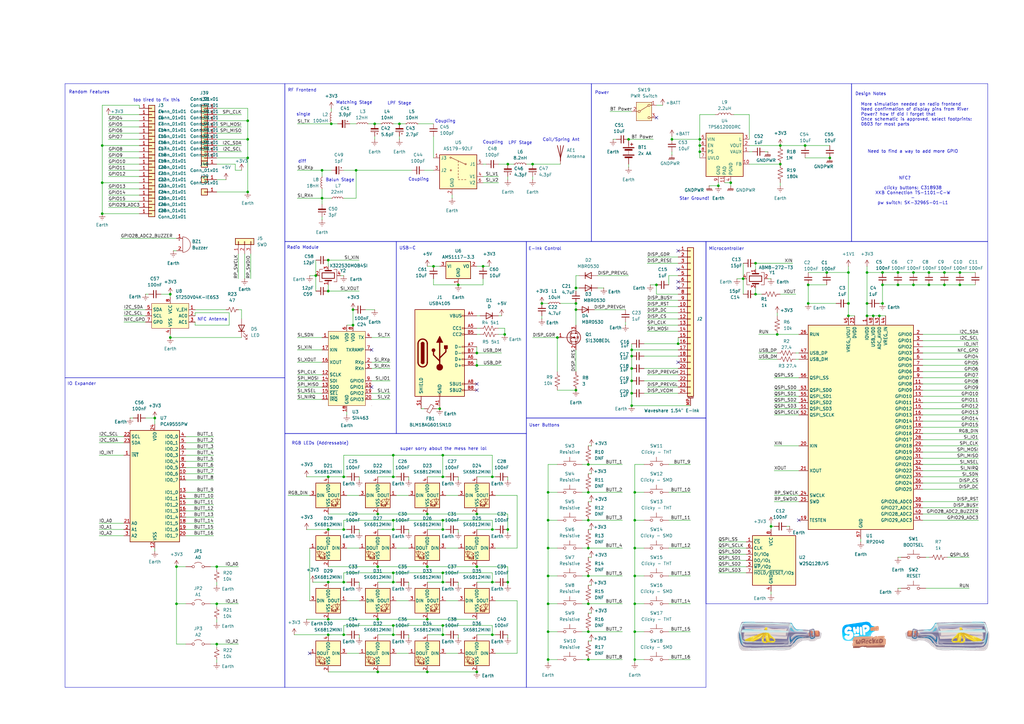
<source format=kicad_sch>
(kicad_sch (version 20250114) (generator "eeschema") (generator_version "9.0")
  (paper "A3")
  (rectangle (start 26.67 154.94) (end 116.84 281.94))
  (rectangle (start 289.56 99.06) (end 405.13 247.65))
  (rectangle (start 215.9 99.06) (end 289.56 171.45))
  (rectangle (start 242.57 34.29) (end 349.25 99.06))
  (rectangle (start 116.84 34.29) (end 242.57 99.06))
  (rectangle (start 215.9 171.45) (end 289.56 281.94))
  (rectangle (start 26.67 34.29) (end 116.84 154.94))
  (rectangle (start 349.25 34.29) (end 405.13 99.06))
  (rectangle (start 116.84 99.06) (end 162.56 177.8))
  (rectangle (start 162.56 99.06) (end 215.9 177.8))
  (rectangle (start 116.84 177.8) (end 215.9 281.94))
  (text "IO Expander" (at 33.528 157.48 0) (effects (font (size 1.27 1.27))))
  (text "Design Notes" (at 357.124 38.608 0) (effects (font (size 1.27 1.27))))
  (text "RGB LEDs (Addressable)" (at 131.318 181.864 0) (effects (font (size 1.27 1.27))))
  (text "Coupling" (at 202.184 58.42 0) (effects (font (size 1.27 1.27))))
  (text "Coupling" (at 171.704 73.66 0) (effects (font (size 1.27 1.27))))
  (text "Power" (at 246.888 38.1 0) (effects (font (size 1.27 1.27))))
  (text "More simulation needed on radio frontend\nNeed confirmation of display pins from River\nPower? how tf did I forget that\nOnce schematic is approved, select footprints:\n0603 for most parts" (at 353.06 46.99 0) (effects (font (size 1.27 1.27)) (justify left)))
  (text "Microcontroller" (at 297.942 102.108 0) (effects (font (size 1.27 1.27))))
  (text "E-Ink Control\n" (at 223.52 102.108 0) (effects (font (size 1.27 1.27))))
  (text "NFC Antenna" (at 87.122 131.064 0) (effects (font (size 1.27 1.27))))
  (text "Balun Stage" (at 139.446 73.914 0) (effects (font (size 1.27 1.27))))
  (text "User Buttons" (at 223.266 174.498 0) (effects (font (size 1.27 1.27))))
  (text "Coupling" (at 182.626 49.784 0) (effects (font (size 1.27 1.27))))
  (text "Star Ground!" (at 284.734 81.534 0) (effects (font (size 1.27 1.27))))
  (text "single\n" (at 124.46 46.99 0) (effects (font (size 1.27 1.27))))
  (text "diff" (at 123.952 66.294 0) (effects (font (size 1.27 1.27))))
  (text "super sorry about the mess here lol" (at 181.864 184.15 0) (effects (font (size 1.27 1.27))))
  (text "LPF Stage" (at 213.36 58.674 0) (effects (font (size 1.27 1.27))))
  (text "Need to find a way to add more GPIO" (at 374.396 62.23 0) (effects (font (size 1.27 1.27))))
  (text "too tired to fix this" (at 64.262 41.148 0) (effects (font (size 1.27 1.27))))
  (text "LPF Stage" (at 163.83 42.418 0) (effects (font (size 1.27 1.27))))
  (text "clicky buttons: C318938\nXKB Connection TS-1101-C-W\n-\npw switch: SK-3296S-01-L1\n" (at 374.396 80.264 0) (effects (font (size 1.27 1.27))))
  (text "Coil/Spring Ant" (at 230.124 57.404 0) (effects (font (size 1.27 1.27))))
  (text "Random Features" (at 36.576 37.846 0) (effects (font (size 1.27 1.27))))
  (text "Matching Stage" (at 145.288 42.164 0) (effects (font (size 1.27 1.27))))
  (text "RF Frontend" (at 123.952 37.084 0) (effects (font (size 1.27 1.27))))
  (text "USB-C\n" (at 167.132 101.854 0) (effects (font (size 1.27 1.27))))
  (text "Radio Module\n" (at 124.206 101.6 0) (effects (font (size 1.27 1.27))))
  (text "NFC?" (at 371.094 73.152 0) (effects (font (size 1.27 1.27))))
  (junction (at 195.58 210.82))
  (junction (at 218.44 67.31))
  (junction (at 347.98 124.46))
  (junction (at 259.08 161.29))
  (junction (at 316.23 215.9))
  (junction (at 181.61 260.35))
  (junction (at 287.02 57.15))
  (junction (at 224.79 236.22))
  (junction (at 208.28 67.31))
  (junction (at 224.79 247.65))
  (junction (at 132.08 69.85))
  (junction (at 175.26 210.82))
  (junction (at 146.05 69.85))
  (junction (at 331.47 124.46))
  (junction (at 134.62 238.76))
  (junction (at 241.3 247.65))
  (junction (at 198.12 109.22))
  (junction (at 241.3 201.93))
  (junction (at 304.8 114.3))
  (junction (at 236.22 160.02))
  (junction (at 129.54 113.03))
  (junction (at 134.62 106.68))
  (junction (at 135.89 50.8))
  (junction (at 134.62 195.58))
  (junction (at 140.97 238.76))
  (junction (at 101.6 78.74))
  (junction (at 340.36 64.77))
  (junction (at 260.35 224.79))
  (junction (at 236.22 124.46))
  (junction (at 269.24 116.84))
  (junction (at 163.83 50.8))
  (junction (at 358.14 129.54))
  (junction (at 259.08 146.05))
  (junction (at 339.09 111.76))
  (junction (at 330.2 59.69))
  (junction (at 72.39 232.41))
  (junction (at 259.08 166.37))
  (junction (at 387.35 116.84))
  (junction (at 259.08 151.13))
  (junction (at 241.3 259.08))
  (junction (at 260.35 236.22))
  (junction (at 355.6 124.46))
  (junction (at 63.5 171.45))
  (junction (at 132.08 81.28))
  (junction (at 134.62 119.38))
  (junction (at 161.29 186.69))
  (junction (at 361.95 111.76))
  (junction (at 195.58 144.78))
  (junction (at 181.61 213.36))
  (junction (at 41.91 87.63))
  (junction (at 201.93 238.76))
  (junction (at 320.04 67.31))
  (junction (at 259.08 156.21))
  (junction (at 207.01 137.16))
  (junction (at 257.81 57.15))
  (junction (at 154.94 210.82))
  (junction (at 278.13 140.97))
  (junction (at 318.77 137.16))
  (junction (at 72.39 247.65))
  (junction (at 208.28 217.17))
  (junction (at 236.22 127))
  (junction (at 153.67 50.8))
  (junction (at 181.61 234.95))
  (junction (at 201.93 217.17))
  (junction (at 88.9 232.41))
  (junction (at 260.35 213.36))
  (junction (at 177.8 109.22))
  (junction (at 224.79 270.51))
  (junction (at 224.79 224.79))
  (junction (at 161.29 256.54))
  (junction (at 236.22 118.11))
  (junction (at 275.59 57.15))
  (junction (at 161.29 238.76))
  (junction (at 134.62 217.17))
  (junction (at 294.64 76.2))
  (junction (at 101.6 64.77))
  (junction (at 241.3 236.22))
  (junction (at 175.26 275.59))
  (junction (at 260.35 201.93))
  (junction (at 393.7 116.84))
  (junction (at 387.35 111.76))
  (junction (at 195.58 275.59))
  (junction (at 144.78 133.35))
  (junction (at 181.61 186.69))
  (junction (at 161.29 213.36))
  (junction (at 355.6 129.54))
  (junction (at 309.88 120.65))
  (junction (at 368.3 116.84))
  (junction (at 181.61 238.76))
  (junction (at 201.93 195.58))
  (junction (at 41.91 74.93))
  (junction (at 175.26 254))
  (junction (at 195.58 149.86))
  (junction (at 181.61 256.54))
  (junction (at 355.6 111.76))
  (junction (at 69.85 138.43))
  (junction (at 260.35 259.08))
  (junction (at 347.98 111.76))
  (junction (at 41.91 59.69))
  (junction (at 381 116.84))
  (junction (at 69.85 120.65))
  (junction (at 260.35 247.65))
  (junction (at 347.98 129.54))
  (junction (at 181.61 195.58))
  (junction (at 88.9 247.65))
  (junction (at 361.95 124.46))
  (junction (at 224.79 213.36))
  (junction (at 228.6 138.43))
  (junction (at 181.61 217.17))
  (junction (at 393.7 111.76))
  (junction (at 154.94 254))
  (junction (at 241.3 190.5))
  (junction (at 101.6 57.15))
  (junction (at 374.65 116.84))
  (junction (at 195.58 232.41))
  (junction (at 331.47 116.84))
  (junction (at 374.65 111.76))
  (junction (at 287.02 59.69))
  (junction (at 260.35 270.51))
  (junction (at 241.3 213.36))
  (junction (at 222.25 124.46))
  (junction (at 187.96 116.84))
  (junction (at 320.04 59.69))
  (junction (at 140.97 195.58))
  (junction (at 88.9 264.16))
  (junction (at 360.68 129.54))
  (junction (at 140.97 260.35))
  (junction (at 208.28 238.76))
  (junction (at 224.79 259.08))
  (junction (at 259.08 143.51))
  (junction (at 101.6 49.53))
  (junction (at 361.95 116.84))
  (junction (at 154.94 275.59))
  (junction (at 201.93 260.35))
  (junction (at 161.29 234.95))
  (junction (at 161.29 195.58))
  (junction (at 140.97 217.17))
  (junction (at 134.62 260.35))
  (junction (at 154.94 232.41))
  (junction (at 175.26 232.41))
  (junction (at 299.72 74.93))
  (junction (at 134.62 254))
  (junction (at 161.29 260.35))
  (junction (at 287.02 62.23))
  (junction (at 368.3 111.76))
  (junction (at 224.79 201.93))
  (junction (at 241.3 224.79))
  (junction (at 161.29 217.17))
  (junction (at 381 111.76))
  (junction (at 180.34 167.64))
  (junction (at 144.78 127))
  (junction (at 241.3 270.51))
  (junction (at 309.88 107.95))
  (no_connect (at 327.66 213.36))
  (no_connect (at 278.13 118.11))
  (no_connect (at 152.4 158.75))
  (no_connect (at 195.58 157.48))
  (no_connect (at 278.13 102.87))
  (no_connect (at 278.13 148.59))
  (no_connect (at 269.24 48.26))
  (no_connect (at 127 267.97))
  (no_connect (at 152.4 143.51))
  (no_connect (at 278.13 115.57))
  (no_connect (at 195.58 160.02))
  (no_connect (at 278.13 110.49))
  (wire (pts (xy 140.97 195.58) (xy 134.62 195.58)))
  (wire (pts (xy 50.8 127) (xy 59.69 127)))
  (wire (pts (xy 274.32 190.5) (xy 283.21 190.5)))
  (wire (pts (xy 125.73 254) (xy 134.62 254)))
  (wire (pts (xy 154.94 275.59) (xy 175.26 275.59)))
  (wire (pts (xy 241.3 270.51) (xy 238.76 270.51)))
  (wire (pts (xy 265.43 105.41) (xy 278.13 105.41)))
  (wire (pts (xy 142.24 133.35) (xy 144.78 133.35)))
  (wire (pts (xy 294.64 222.25) (xy 306.07 222.25)))
  (wire (pts (xy 196.85 137.16) (xy 195.58 137.16)))
  (wire (pts (xy 121.92 81.28) (xy 132.08 81.28)))
  (wire (pts (xy 387.35 116.84) (xy 393.7 116.84)))
  (wire (pts (xy 265.43 125.73) (xy 278.13 125.73)))
  (wire (pts (xy 80.01 133.35) (xy 80.01 132.08)))
  (wire (pts (xy 140.97 69.85) (xy 146.05 69.85)))
  (wire (pts (xy 161.29 238.76) (xy 154.94 238.76)))
  (wire (pts (xy 87.63 184.15) (xy 76.2 184.15)))
  (wire (pts (xy 40.64 179.07) (xy 50.8 179.07)))
  (wire (pts (xy 96.52 67.31) (xy 88.9 67.31)))
  (wire (pts (xy 318.77 137.16) (xy 327.66 137.16)))
  (wire (pts (xy 355.6 124.46) (xy 355.6 129.54)))
  (wire (pts (xy 283.21 259.08) (xy 274.32 259.08)))
  (wire (pts (xy 204.47 74.93) (xy 198.12 74.93)))
  (wire (pts (xy 347.98 129.54) (xy 350.52 129.54)))
  (wire (pts (xy 156.21 50.8) (xy 153.67 50.8)))
  (wire (pts (xy 161.29 234.95) (xy 161.29 238.76)))
  (wire (pts (xy 57.15 59.69) (xy 41.91 59.69)))
  (wire (pts (xy 142.24 246.38) (xy 147.32 246.38)))
  (wire (pts (xy 401.32 152.4) (xy 378.46 152.4)))
  (wire (pts (xy 88.9 240.03) (xy 88.9 238.76)))
  (wire (pts (xy 317.5 205.74) (xy 327.66 205.74)))
  (wire (pts (xy 132.08 69.85) (xy 132.08 72.39)))
  (wire (pts (xy 140.97 217.17) (xy 140.97 213.36)))
  (wire (pts (xy 236.22 124.46) (xy 236.22 127)))
  (wire (pts (xy 378.46 180.34) (xy 401.32 180.34)))
  (wire (pts (xy 203.2 238.76) (xy 201.93 238.76)))
  (wire (pts (xy 87.63 196.85) (xy 76.2 196.85)))
  (wire (pts (xy 259.08 166.37) (xy 283.21 166.37)))
  (wire (pts (xy 147.32 119.38) (xy 134.62 119.38)))
  (wire (pts (xy 160.02 163.83) (xy 152.4 163.83)))
  (wire (pts (xy 264.16 190.5) (xy 260.35 190.5)))
  (wire (pts (xy 236.22 118.11) (xy 236.22 119.38)))
  (wire (pts (xy 330.2 64.77) (xy 340.36 64.77)))
  (wire (pts (xy 40.64 217.17) (xy 50.8 217.17)))
  (wire (pts (xy 265.43 158.75) (xy 278.13 158.75)))
  (wire (pts (xy 162.56 203.2) (xy 167.64 203.2)))
  (wire (pts (xy 318.77 128.27) (xy 318.77 129.54)))
  (wire (pts (xy 69.85 120.65) (xy 69.85 121.92)))
  (wire (pts (xy 147.32 196.85) (xy 147.32 195.58)))
  (wire (pts (xy 247.65 118.11) (xy 245.11 118.11)))
  (wire (pts (xy 259.08 146.05) (xy 259.08 151.13)))
  (wire (pts (xy 241.3 224.79) (xy 238.76 224.79)))
  (wire (pts (xy 204.47 67.31) (xy 208.28 67.31)))
  (wire (pts (xy 401.32 157.48) (xy 378.46 157.48)))
  (wire (pts (xy 260.35 213.36) (xy 264.16 213.36)))
  (wire (pts (xy 314.96 114.3) (xy 316.23 114.3)))
  (wire (pts (xy 401.32 160.02) (xy 378.46 160.02)))
  (wire (pts (xy 260.35 247.65) (xy 264.16 247.65)))
  (wire (pts (xy 196.85 129.54) (xy 195.58 129.54)))
  (wire (pts (xy 326.39 144.78) (xy 327.66 144.78)))
  (wire (pts (xy 355.6 111.76) (xy 355.6 124.46)))
  (wire (pts (xy 242.57 228.6) (xy 241.3 228.6)))
  (wire (pts (xy 121.92 161.29) (xy 132.08 161.29)))
  (wire (pts (xy 208.28 240.03) (xy 208.28 238.76)))
  (wire (pts (xy 316.23 214.63) (xy 316.23 215.9)))
  (wire (pts (xy 101.6 44.45) (xy 101.6 49.53)))
  (wire (pts (xy 100.33 114.3) (xy 100.33 104.14)))
  (wire (pts (xy 323.85 215.9) (xy 322.58 215.9)))
  (wire (pts (xy 140.97 217.17) (xy 134.62 217.17)))
  (wire (pts (xy 236.22 113.03) (xy 237.49 113.03)))
  (wire (pts (xy 93.98 133.35) (xy 80.01 133.35)))
  (wire (pts (xy 401.32 149.86) (xy 378.46 149.86)))
  (wire (pts (xy 311.15 137.16) (xy 318.77 137.16)))
  (wire (pts (xy 275.59 63.5) (xy 275.59 62.23)))
  (wire (pts (xy 57.15 74.93) (xy 41.91 74.93)))
  (wire (pts (xy 224.79 259.08) (xy 228.6 259.08)))
  (wire (pts (xy 330.2 59.69) (xy 340.36 59.69)))
  (wire (pts (xy 166.37 50.8) (xy 163.83 50.8)))
  (wire (pts (xy 401.32 142.24) (xy 378.46 142.24)))
  (wire (pts (xy 260.35 201.93) (xy 260.35 213.36)))
  (wire (pts (xy 368.3 228.6) (xy 369.57 228.6)))
  (wire (pts (xy 181.61 186.69) (xy 201.93 186.69)))
  (wire (pts (xy 154.94 254) (xy 175.26 254)))
  (wire (pts (xy 255.27 270.51) (xy 241.3 270.51)))
  (wire (pts (xy 162.56 260.35) (xy 161.29 260.35)))
  (wire (pts (xy 132.08 81.28) (xy 132.08 77.47)))
  (wire (pts (xy 86.36 232.41) (xy 88.9 232.41)))
  (wire (pts (xy 293.37 46.99) (xy 287.02 46.99)))
  (wire (pts (xy 99.06 54.61) (xy 88.9 54.61)))
  (wire (pts (xy 182.88 260.35) (xy 181.61 260.35)))
  (wire (pts (xy 387.35 111.76) (xy 393.7 111.76)))
  (wire (pts (xy 181.61 213.36) (xy 181.61 217.17)))
  (wire (pts (xy 175.26 275.59) (xy 195.58 275.59)))
  (wire (pts (xy 309.88 120.65) (xy 309.88 118.11)))
  (wire (pts (xy 140.97 260.35) (xy 134.62 260.35)))
  (wire (pts (xy 201.93 234.95) (xy 201.93 238.76)))
  (wire (pts (xy 87.63 191.77) (xy 76.2 191.77)))
  (wire (pts (xy 317.5 170.18) (xy 327.66 170.18)))
  (wire (pts (xy 378.46 182.88) (xy 401.32 182.88)))
  (wire (pts (xy 256.54 133.35) (xy 256.54 132.08)))
  (wire (pts (xy 294.64 76.2) (xy 294.64 74.93)))
  (wire (pts (xy 163.83 57.15) (xy 163.83 55.88)))
  (wire (pts (xy 331.47 111.76) (xy 339.09 111.76)))
  (wire (pts (xy 167.64 196.85) (xy 167.64 195.58)))
  (wire (pts (xy 271.78 43.18) (xy 269.24 43.18)))
  (wire (pts (xy 72.39 264.16) (xy 76.2 264.16)))
  (wire (pts (xy 44.45 82.55) (xy 57.15 82.55)))
  (wire (pts (xy 160.02 161.29) (xy 152.4 161.29)))
  (wire (pts (xy 44.45 77.47) (xy 57.15 77.47)))
  (wire (pts (xy 44.45 57.15) (xy 57.15 57.15)))
  (wire (pts (xy 255.27 201.93) (xy 241.3 201.93)))
  (wire (pts (xy 378.46 210.82) (xy 401.32 210.82)))
  (wire (pts (xy 127 224.79) (xy 127 246.38)))
  (wire (pts (xy 260.35 236.22) (xy 264.16 236.22)))
  (wire (pts (xy 287.02 46.99) (xy 287.02 57.15)))
  (wire (pts (xy 40.64 181.61) (xy 50.8 181.61)))
  (wire (pts (xy 331.47 124.46) (xy 342.9 124.46)))
  (wire (pts (xy 88.9 233.68) (xy 88.9 232.41)))
  (wire (pts (xy 154.94 210.82) (xy 175.26 210.82)))
  (wire (pts (xy 218.44 73.66) (xy 218.44 72.39)))
  (wire (pts (xy 260.35 259.08) (xy 264.16 259.08)))
  (wire (pts (xy 300.99 46.99) (xy 307.34 46.99)))
  (wire (pts (xy 97.79 114.3) (xy 97.79 104.14)))
  (wire (pts (xy 142.24 224.79) (xy 147.32 224.79)))
  (wire (pts (xy 175.26 254) (xy 195.58 254)))
  (wire (pts (xy 162.56 217.17) (xy 161.29 217.17)))
  (wire (pts (xy 187.96 240.03) (xy 187.96 238.76)))
  (wire (pts (xy 212.09 224.79) (xy 203.2 224.79)))
  (wire (pts (xy 87.63 214.63) (xy 76.2 214.63)))
  (wire (pts (xy 255.27 213.36) (xy 241.3 213.36)))
  (wire (pts (xy 88.9 271.78) (xy 88.9 270.51)))
  (wire (pts (xy 80.01 128.27) (xy 93.98 128.27)))
  (wire (pts (xy 121.92 153.67) (xy 132.08 153.67)))
  (wire (pts (xy 378.46 208.28) (xy 401.32 208.28)))
  (wire (pts (xy 132.08 83.82) (xy 132.08 81.28)))
  (wire (pts (xy 88.9 264.16) (xy 86.36 264.16)))
  (wire (pts (xy 259.08 143.51) (xy 259.08 146.05)))
  (wire (pts (xy 101.6 49.53) (xy 88.9 49.53)))
  (wire (pts (xy 44.45 52.07) (xy 57.15 52.07)))
  (wire (pts (xy 88.9 247.65) (xy 86.36 247.65)))
  (wire (pts (xy 259.08 151.13) (xy 259.08 156.21)))
  (wire (pts (xy 267.97 57.15) (xy 257.81 57.15)))
  (wire (pts (xy 181.61 238.76) (xy 175.26 238.76)))
  (wire (pts (xy 260.35 259.08) (xy 260.35 270.51)))
  (wire (pts (xy 381 228.6) (xy 379.73 228.6)))
  (wire (pts (xy 69.85 138.43) (xy 99.06 138.43)))
  (wire (pts (xy 99.06 127) (xy 99.06 130.81)))
  (wire (pts (xy 182.88 238.76) (xy 181.61 238.76)))
  (wire (pts (xy 196.85 134.62) (xy 195.58 134.62)))
  (wire (pts (xy 401.32 147.32) (xy 378.46 147.32)))
  (wire (pts (xy 66.04 120.65) (xy 69.85 120.65)))
  (wire (pts (xy 378.46 190.5) (xy 401.32 190.5)))
  (wire (pts (xy 44.45 49.53) (xy 57.15 49.53)))
  (wire (pts (xy 198.12 114.3) (xy 198.12 116.84)))
  (wire (pts (xy 121.92 50.8) (xy 135.89 50.8)))
  (wire (pts (xy 374.65 111.76) (xy 381 111.76)))
  (wire (pts (xy 307.34 67.31) (xy 320.04 67.31)))
  (wire (pts (xy 162.56 267.97) (xy 167.64 267.97)))
  (wire (pts (xy 275.59 57.15) (xy 287.02 57.15)))
  (wire (pts (xy 44.45 80.01) (xy 57.15 80.01)))
  (wire (pts (xy 153.67 57.15) (xy 153.67 55.88)))
  (wire (pts (xy 224.79 247.65) (xy 224.79 259.08)))
  (wire (pts (xy 44.45 46.99) (xy 57.15 46.99)))
  (wire (pts (xy 175.26 109.22) (xy 177.8 109.22)))
  (wire (pts (xy 87.63 179.07) (xy 76.2 179.07)))
  (wire (pts (xy 378.46 195.58) (xy 401.32 195.58)))
  (wire (pts (xy 187.96 196.85) (xy 187.96 195.58)))
  (wire (pts (xy 241.3 190.5) (xy 238.76 190.5)))
  (wire (pts (xy 309.88 107.95) (xy 325.12 107.95)))
  (wire (pts (xy 265.43 153.67) (xy 278.13 153.67)))
  (wire (pts (xy 101.6 64.77) (xy 88.9 64.77)))
  (wire (pts (xy 121.92 148.59) (xy 132.08 148.59)))
  (wire (pts (xy 224.79 259.08) (xy 224.79 270.51)))
  (wire (pts (xy 199.39 67.31) (xy 198.12 67.31)))
  (wire (pts (xy 320.04 59.69) (xy 330.2 59.69)))
  (wire (pts (xy 224.79 201.93) (xy 224.79 213.36)))
  (wire (pts (xy 182.88 267.97) (xy 187.96 267.97)))
  (wire (pts (xy 181.61 234.95) (xy 181.61 238.76)))
  (wire (pts (xy 218.44 67.31) (xy 215.9 67.31)))
  (wire (pts (xy 265.43 107.95) (xy 278.13 107.95)))
  (wire (pts (xy 260.35 236.22) (xy 260.35 247.65)))
  (wire (pts (xy 72.39 247.65) (xy 72.39 264.16)))
  (wire (pts (xy 378.46 177.8) (xy 401.32 177.8)))
  (wire (pts (xy 358.14 129.54) (xy 360.68 129.54)))
  (wire (pts (xy 212.09 246.38) (xy 212.09 267.97)))
  (wire (pts (xy 238.76 201.93) (xy 241.3 201.93)))
  (wire (pts (xy 224.79 213.36) (xy 224.79 224.79)))
  (wire (pts (xy 401.32 154.94) (xy 378.46 154.94)))
  (wire (pts (xy 49.53 97.79) (xy 72.39 97.79)))
  (wire (pts (xy 59.69 120.65) (xy 60.96 120.65)))
  (wire (pts (xy 224.79 236.22) (xy 228.6 236.22)))
  (wire (pts (xy 397.51 241.3) (xy 379.73 241.3)))
  (wire (pts (xy 355.6 111.76) (xy 361.95 111.76)))
  (wire (pts (xy 208.28 73.66) (xy 208.28 72.39)))
  (wire (pts (xy 63.5 226.06) (xy 63.5 224.79)))
  (wire (pts (xy 41.91 43.18) (xy 41.91 59.69)))
  (wire (pts (xy 205.74 129.54) (xy 204.47 129.54)))
  (wire (pts (xy 222.25 130.81) (xy 222.25 129.54)))
  (wire (pts (xy 294.64 229.87) (xy 306.07 229.87)))
  (wire (pts (xy 360.68 129.54) (xy 363.22 129.54)))
  (wire (pts (xy 294.64 227.33) (xy 306.07 227.33)))
  (wire (pts (xy 401.32 165.1) (xy 378.46 165.1)))
  (wire (pts (xy 401.32 167.64) (xy 378.46 167.64)))
  (wire (pts (xy 368.3 241.3) (xy 369.57 241.3)))
  (wire (pts (xy 309.88 107.95) (xy 309.88 110.49)))
  (wire (pts (xy 266.7 116.84) (xy 269.24 116.84)))
  (wire (pts (xy 224.79 224.79) (xy 224.79 236.22)))
  (wire (pts (xy 201.93 260.35) (xy 195.58 260.35)))
  (wire (pts (xy 260.35 224.79) (xy 264.16 224.79)))
  (wire (pts (xy 200.66 109.22) (xy 198.12 109.22)))
  (wire (pts (xy 195.58 149.86) (xy 205.74 149.86)))
  (wire (pts (xy 162.56 195.58) (xy 161.29 195.58)))
  (wire (pts (xy 264.16 140.97) (xy 278.13 140.97)))
  (wire (pts (xy 251.46 57.15) (xy 252.73 57.15)))
  (wire (pts (xy 88.9 44.45) (xy 101.6 44.45)))
  (wire (pts (xy 97.79 247.65) (xy 88.9 247.65)))
  (wire (pts (xy 182.88 203.2) (xy 187.96 203.2)))
  (wire (pts (xy 177.8 116.84) (xy 177.8 114.3)))
  (wire (pts (xy 142.24 203.2) (xy 147.32 203.2)))
  (wire (pts (xy 175.26 210.82) (xy 195.58 210.82)))
  (wire (pts (xy 374.65 116.84) (xy 381 116.84)))
  (wire (pts (xy 134.62 254) (xy 154.94 254)))
  (wire (pts (xy 140.97 238.76) (xy 140.97 234.95)))
  (wire (pts (xy 187.96 116.84) (xy 177.8 116.84)))
  (wire (pts (xy 260.35 201.93) (xy 264.16 201.93)))
  (wire (pts (xy 317.5 203.2) (xy 327.66 203.2)))
  (wire (pts (xy 161.29 217.17) (xy 154.94 217.17)))
  (wire (pts (xy 144.78 127) (xy 144.78 133.35)))
  (wire (pts (xy 212.09 267.97) (xy 203.2 267.97)))
  (wire (pts (xy 265.43 123.19) (xy 278.13 123.19)))
  (wire (pts (xy 283.21 247.65) (xy 274.32 247.65)))
  (wire (pts (xy 317.5 165.1) (xy 327.66 165.1)))
  (wire (pts (xy 99.06 62.23) (xy 88.9 62.23)))
  (wire (pts (xy 181.61 256.54) (xy 181.61 260.35)))
  (wire (pts (xy 218.44 138.43) (xy 228.6 138.43)))
  (wire (pts (xy 181.61 260.35) (xy 175.26 260.35)))
  (wire (pts (xy 181.61 213.36) (xy 201.93 213.36)))
  (wire (pts (xy 275.59 55.88) (xy 275.59 57.15)))
  (wire (pts (xy 87.63 207.01) (xy 76.2 207.01)))
  (wire (pts (xy 142.24 170.18) (xy 142.24 168.91)))
  (wire (pts (xy 88.9 265.43) (xy 88.9 264.16)))
  (wire (pts (xy 72.39 247.65) (xy 76.2 247.65)))
  (wire (pts (xy 283.21 236.22) (xy 274.32 236.22)))
  (wire (pts (xy 71.12 102.87) (xy 72.39 102.87)))
  (wire (pts (xy 87.63 217.17) (xy 76.2 217.17)))
  (wire (pts (xy 201.93 186.69) (xy 201.93 195.58)))
  (wire (pts (xy 198.12 109.22) (xy 195.58 109.22)))
  (wire (pts (xy 160.02 156.21) (xy 152.4 156.21)))
  (wire (pts (xy 57.15 43.18) (xy 57.15 44.45)))
  (wire (pts (xy 260.35 271.78) (xy 260.35 270.51)))
  (wire (pts (xy 134.62 275.59) (xy 154.94 275.59)))
  (wire (pts (xy 160.02 138.43) (xy 152.4 138.43)))
  (wire (pts (xy 181.61 234.95) (xy 201.93 234.95)))
  (wire (pts (xy 142.24 238.76) (xy 140.97 238.76)))
  (wire (pts (xy 260.35 224.79) (xy 260.35 236.22)))
  (wire (pts (xy 317.5 167.64) (xy 327.66 167.64)))
  (wire (pts (xy 129.54 106.68) (xy 129.54 113.03)))
  (wire (pts (xy 44.45 67.31) (xy 57.15 67.31)))
  (wire (pts (xy 203.2 260.35) (xy 201.93 260.35)))
  (wire (pts (xy 88.9 255.27) (xy 88.9 254)))
  (wire (pts (xy 167.64 240.03) (xy 167.64 238.76)))
  (wire (pts (xy 44.45 72.39) (xy 57.15 72.39)))
  (wire (pts (xy 242.57 194.31) (xy 241.3 194.31)))
  (wire (pts (xy 102.87 114.3) (xy 102.87 104.14)))
  (wire (pts (xy 208.28 238.76) (xy 208.28 232.41)))
  (wire (pts (xy 265.43 133.35) (xy 278.13 133.35)))
  (wire (pts (xy 195.58 144.78) (xy 205.74 144.78)))
  (wire (pts (xy 361.95 111.76) (xy 368.3 111.76)))
  (wire (pts (xy 161.29 234.95) (xy 181.61 234.95)))
  (wire (pts (xy 59.69 171.45) (xy 63.5 171.45)))
  (wire (pts (xy 378.46 185.42) (xy 401.32 185.42)))
  (wire (pts (xy 201.93 213.36) (xy 201.93 217.17)))
  (wire (pts (xy 302.26 114.3) (xy 304.8 114.3)))
  (wire (pts (xy 401.32 162.56) (xy 378.46 162.56)))
  (wire (pts (xy 120.65 260.35) (xy 134.62 260.35)))
  (wire (pts (xy 69.85 138.43) (xy 69.85 137.16)))
  (wire (pts (xy 151.13 50.8) (xy 153.67 50.8)))
  (wire (pts (xy 203.2 246.38) (xy 212.09 246.38)))
  (wire (pts (xy 255.27 236.22) (xy 241.3 236.22)))
  (wire (pts (xy 87.63 186.69) (xy 76.2 186.69)))
  (wire (pts (xy 265.43 135.89) (xy 278.13 135.89)))
  (wire (pts (xy 101.6 78.74) (xy 88.9 78.74)))
  (wire (pts (xy 294.64 232.41) (xy 306.07 232.41)))
  (wire (pts (xy 393.7 116.84) (xy 400.05 116.84)))
  (wire (pts (xy 287.02 62.23) (xy 287.02 64.77)))
  (wire (pts (xy 101.6 64.77) (xy 101.6 78.74)))
  (wire (pts (xy 147.32 261.62) (xy 147.32 260.35)))
  (wire (pts (xy 127 113.03) (xy 129.54 113.03)))
  (wire (pts (xy 242.57 251.46) (xy 241.3 251.46)))
  (wire (pts (xy 173.99 167.64) (xy 172.72 167.64)))
  (wire (pts (xy 195.58 147.32) (xy 195.58 149.86)))
  (wire (pts (xy 287.02 57.15) (xy 287.02 59.69)))
  (wire (pts (xy 255.27 224.79) (xy 241.3 224.79)))
  (wire (pts (xy 87.63 219.71) (xy 76.2 219.71)))
  (wire (pts (xy 401.32 172.72) (xy 378.46 172.72)))
  (wire (pts (xy 40.64 219.71) (xy 50.8 219.71)))
  (wire (pts (xy 50.8 132.08) (xy 59.69 132.08)))
  (wire (pts (xy 99.06 69.85) (xy 96.52 69.85)))
  (wire (pts (xy 265.43 130.81) (xy 278.13 130.81)))
  (wire (pts (xy 87.63 204.47) (xy 76.2 204.47)))
  (wire (pts (xy 80.01 129.54) (xy 80.01 128.27)))
  (wire (pts (xy 283.21 224.79) (xy 274.32 224.79)))
  (wire (pts (xy 121.92 156.21) (xy 132.08 156.21)))
  (wire (pts (xy 353.06 222.25) (xy 353.06 220.98)))
  (wire (pts (xy 361.95 124.46) (xy 360.68 124.46)))
  (wire (pts (xy 41.91 74.93) (xy 41.91 87.63)))
  (wire (pts (xy 88.9 248.92) (xy 88.9 247.65)))
  (wire (pts (xy 297.18 74.93) (xy 299.72 74.93)))
  (wire (pts (xy 368.3 116.84) (xy 374.65 116.84)))
  (wire (pts (xy 44.45 85.09) (xy 57.15 85.09)))
  (wire (pts (xy 241.3 247.65) (xy 238.76 247.65)))
  (wire (pts (xy 242.57 182.88) (xy 241.3 182.88)))
  (wire (pts (xy 274.32 113.03) (xy 278.13 113.03)))
  (wire (pts (xy 182.88 246.38) (xy 187.96 246.38)))
  (wire (pts (xy 224.79 190.5) (xy 228.6 190.5)))
  (wire (pts (xy 401.32 175.26) (xy 378.46 175.26)))
  (wire (pts (xy 317.5 160.02) (xy 327.66 160.02)))
  (wire (pts (xy 118.11 203.2) (xy 127 203.2)))
  (wire (pts (xy 140.97 260.35) (xy 140.97 256.54)))
  (wire (pts (xy 135.89 50.8) (xy 138.43 50.8)))
  (wire (pts (xy 229.87 67.31) (xy 218.44 67.31)))
  (wire (pts (xy 181.61 186.69) (xy 181.61 195.58)))
  (wire (pts (xy 101.6 57.15) (xy 88.9 57.15)))
  (wire (pts (xy 44.45 62.23) (xy 57.15 62.23)))
  (wire (pts (xy 224.79 224.79) (xy 228.6 224.79)))
  (wire (pts (xy 242.57 262.89) (xy 241.3 262.89)))
  (wire (pts (xy 255.27 247.65) (xy 241.3 247.65)))
  (wire (pts (xy 161.29 195.58) (xy 154.94 195.58)))
  (wire (pts (xy 88.9 232.41) (xy 97.79 232.41)))
  (wire (pts (xy 53.34 171.45) (xy 54.61 171.45)))
  (wire (pts (xy 129.54 113.03) (xy 129.54 119.38)))
  (wire (pts (xy 378.46 200.66) (xy 401.32 200.66)))
  (wire (pts (xy 140.97 113.03) (xy 139.7 113.03)))
  (wire (pts (xy 259.08 156.21) (xy 259.08 161.29)))
  (wire (pts (xy 185.42 81.28) (xy 185.42 80.01)))
  (wire (pts (xy 264.16 156.21) (xy 278.13 156.21)))
  (wire (pts (xy 177.8 55.88) (xy 177.8 64.77)))
  (wire (pts (xy 224.79 201.93) (xy 228.6 201.93)))
  (wire (pts (xy 378.46 213.36) (xy 401.32 213.36)))
  (wire (pts (xy 63.5 171.45) (xy 63.5 173.99)))
  (wire (pts (xy 87.63 209.55) (xy 76.2 209.55)))
  (wire (pts (xy 269.24 120.65) (xy 278.13 120.65)))
  (wire (pts (xy 161.29 186.69) (xy 181.61 186.69)))
  (wire (pts (xy 146.05 81.28) (xy 146.05 69.85)))
  (wire (pts (xy 162.56 246.38) (xy 167.64 246.38)))
  (wire (pts (xy 160.02 148.59) (xy 152.4 148.59)))
  (wire (pts (xy 242.57 240.03) (xy 241.3 240.03)))
  (wire (pts (xy 134.62 232.41) (xy 154.94 232.41)))
  (wire (pts (xy 401.32 170.18) (xy 378.46 170.18)))
  (wire (pts (xy 140.97 81.28) (xy 146.05 81.28)))
  (wire (pts (xy 147.32 240.03) (xy 147.32 238.76)))
  (wire (pts (xy 146.05 50.8) (xy 143.51 50.8)))
  (wire (pts (xy 203.2 203.2) (xy 212.09 203.2)))
  (wire (pts (xy 311.15 144.78) (xy 318.77 144.78)))
  (wire (pts (xy 44.45 64.77) (xy 57.15 64.77)))
  (wire (pts (xy 203.2 217.17) (xy 201.93 217.17)))
  (wire (pts (xy 264.16 161.29) (xy 278.13 161.29)))
  (wire (pts (xy 317.5 182.88) (xy 327.66 182.88)))
  (wire (pts (xy 203.2 195.58) (xy 201.93 195.58)))
  (wire (pts (xy 97.79 127) (xy 99.06 127)))
  (wire (pts (xy 140.97 238.76) (xy 134.62 238.76)))
  (wire (pts (xy 308.61 62.23) (xy 307.34 62.23)))
  (wire (pts (xy 201.93 217.17) (xy 195.58 217.17)))
  (wire (pts (xy 320.04 76.2) (xy 320.04 74.93)))
  (wire (pts (xy 255.27 190.5) (xy 241.3 190.5)))
  (wire (pts (xy 283.21 213.36) (xy 274.32 213.36)))
  (wire (pts (xy 140.97 213.36) (xy 161.29 213.36)))
  (wire (pts (xy 278.13 138.43) (xy 278.13 140.97)))
  (wire (pts (xy 241.3 236.22) (xy 238.76 236.22)))
  (wire (pts (xy 92.71 73.66) (xy 88.9 73.66)))
  (wire (pts (xy 140.97 256.54) (xy 161.29 256.54)))
  (wire (pts (xy 320.04 120.65) (xy 326.39 120.65)))
  (wire (pts (xy 101.6 49.53) (xy 101.6 57.15)))
  (wire (pts (xy 241.3 213.36) (xy 238.76 213.36)))
  (wire (pts (xy 201.93 195.58) (xy 195.58 195.58)))
  (wire (pts (xy 125.73 195.58) (xy 134.62 195.58)))
  (wire (pts (xy 236.22 152.4) (xy 236.22 143.51)))
  (wire (pts (xy 378.46 198.12) (xy 401.32 198.12)))
  (wire (pts (xy 311.15 147.32) (xy 318.77 147.32)))
  (wire (pts (xy 132.08 90.17) (xy 132.08 88.9)))
  (wire (pts (xy 142.24 260.35) (xy 140.97 260.35)))
  (wire (pts (xy 134.62 106.68) (xy 134.62 109.22)))
  (wire (pts (xy 208.28 218.44) (xy 208.28 217.17)))
  (wire (pts (xy 250.19 45.72) (xy 259.08 45.72)))
  (wire (pts (xy 287.02 59.69) (xy 287.02 62.23)))
  (wire (pts (xy 326.39 147.32) (xy 327.66 147.32)))
  (wire (pts (xy 361.95 116.84) (xy 361.95 124.46)))
  (wire (pts (xy 316.23 243.84) (xy 316.23 242.57)))
  (wire (pts (xy 161.29 256.54) (xy 161.29 260.35)))
  (wire (pts (xy 125.73 217.17) (xy 134.62 217.17)))
  (wire (pts (xy 72.39 232.41) (xy 72.39 247.65)))
  (wire (pts (xy 135.89 81.28) (xy 132.08 81.28)))
  (wire (pts (xy 41.91 87.63) (xy 57.15 87.63)))
  (wire (pts (xy 181.61 256.54) (xy 201.93 256.54)))
  (wire (pts (xy 121.92 143.51) (xy 132.08 143.51)))
  (wire (pts (xy 236.22 127) (xy 236.22 133.35)))
  (wire (pts (xy 317.5 162.56) (xy 327.66 162.56)))
  (wire (pts (xy 259.08 140.97) (xy 259.08 143.51)))
  (wire (pts (xy 257.81 68.58) (xy 257.81 67.31)))
  (wire (pts (xy 236.22 118.11) (xy 237.49 118.11)))
  (wire (pts (xy 142.24 195.58) (xy 140.97 195.58)))
  (wire (pts (xy 40.64 186.69) (xy 50.8 186.69)))
  (wire (pts (xy 283.21 201.93) (xy 274.32 201.93)))
  (wire (pts (xy 264.16 146.05) (xy 278.13 146.05)))
  (wire (pts (xy 241.3 259.08) (xy 238.76 259.08)))
  (wire (pts (xy 187.96 218.44) (xy 187.96 217.17)))
  (wire (pts (xy 355.6 129.54) (xy 358.14 129.54)))
  (wire (pts (xy 50.8 129.54) (xy 59.69 129.54)))
  (wire (pts (xy 283.21 270.51) (xy 274.32 270.51)))
  (wire (pts (xy 207.01 134.62) (xy 204.47 134.62)))
  (wire (pts (xy 87.63 212.09) (xy 76.2 212.09)))
  (wire (pts (xy 378.46 137.16) (xy 401.32 137.16)))
  (wire (pts (xy 167.64 218.44) (xy 167.64 217.17)))
  (wire (pts (xy 187.96 261.62) (xy 187.96 260.35)))
  (wire (pts (xy 257.81 113.03) (xy 245.11 113.03)))
  (wire (pts (xy 87.63 201.93) (xy 76.2 201.93)))
  (wire (pts (xy 381 116.84) (xy 387.35 116.84)))
  (wire (pts (xy 229.87 124.46) (xy 236.22 124.46)))
  (wire (pts (xy 154.94 232.41) (xy 175.26 232.41)))
  (wire (pts (xy 99.06 46.99) (xy 88.9 46.99)))
  (wire (pts (xy 331.47 116.84) (xy 339.09 116.84)))
  (wire (pts (xy 264.16 151.13) (xy 278.13 151.13)))
  (wire (pts (xy 236.22 113.03) (xy 236.22 118.11)))
  (wire (pts (xy 160.02 151.13) (xy 152.4 151.13)))
  (wire (pts (xy 255.27 259.08) (xy 241.3 259.08)))
  (wire (pts (xy 121.92 69.85) (xy 132.08 69.85)))
  (wire (pts (xy 182.88 217.17) (xy 181.61 217.17)))
  (wire (pts (xy 401.32 144.78) (xy 378.46 144.78)))
  (wire (pts (xy 44.45 54.61) (xy 57.15 54.61)))
  (wire (pts (xy 93.98 128.27) (xy 93.98 133.35)))
  (wire (pts (xy 378.46 139.7) (xy 401.32 139.7)))
  (wire (pts (xy 314.96 62.23) (xy 313.69 62.23)))
  (wire (pts (xy 99.06 52.07) (xy 88.9 52.07)))
  (wire (pts (xy 121.92 158.75) (xy 132.08 158.75)))
  (wire (pts (xy 260.35 213.36) (xy 260.35 224.79)))
  (wire (pts (xy 162.56 224.79) (xy 167.64 224.79)))
  (wire (pts (xy 128.27 238.76) (xy 134.62 238.76)))
  (wire (pts (xy 87.63 181.61) (xy 76.2 181.61)))
  (wire (pts (xy 182.88 224.79) (xy 187.96 224.79)))
  (wire (pts (xy 40.64 214.63) (xy 50.8 214.63)))
  (wire (pts (xy 347.98 109.22) (xy 347.98 111.76)))
  (wire (pts (xy 153.67 127) (xy 149.86 127)))
  (wire (pts (xy 162.56 238.76) (xy 161.29 238.76)))
  (wire (pts (xy 299.72 76.2) (xy 299.72 74.93)))
  (wire (pts (xy 140.97 186.69) (xy 161.29 186.69)))
  (wire (pts (xy 331.47 124.46) (xy 331.47 116.84)))
  (wire (pts (xy 96.52 69.85) (xy 96.52 67.31)))
  (wire (pts (xy 177.8 109.22) (xy 180.34 109.22)))
  (wire (pts (xy 236.22 160.02) (xy 228.6 160.02)))
  (wire (pts (xy 161.29 256.54) (xy 181.61 256.54)))
  (wire (pts (xy 347.98 111.76) (xy 347.98 124.46)))
  (wire (pts (xy 224.79 190.5) (xy 224.79 201.93)))
  (wire (pts (xy 307.34 59.69) (xy 320.04 59.69)))
  (wire (pts (xy 57.15 43.18) (xy 41.91 43.18)))
  (wire (pts (xy 378.46 205.74) (xy 401.32 205.74)))
  (wire (pts (xy 368.3 111.76) (xy 374.65 111.76)))
  (wire (pts (xy 41.91 59.69) (xy 41.91 74.93)))
  (wire (pts (xy 256.54 127) (xy 243.84 127)))
  (wire (pts (xy 307.34 46.99) (xy 307.34 57.15)))
  (wire (pts (xy 161.29 213.36) (xy 181.61 213.36)))
  (wire (pts (xy 304.8 107.95) (xy 304.8 114.3)))
  (wire (pts (xy 260.35 270.51) (xy 264.16 270.51)))
  (wire (pts (xy 210.82 67.31) (xy 208.28 67.31)))
  (wire (pts (xy 101.6 57.15) (xy 101.6 64.77)))
  (wire (pts (xy 134.62 119.38) (xy 134.62 116.84)))
  (wire (pts (xy 161.29 213.36) (xy 161.29 217.17)))
  (wire (pts (xy 142.24 267.97) (xy 147.32 267.97)))
  (wire (pts (xy 195.58 210.82) (xy 208.28 210.82)))
  (wire (pts (xy 355.6 111.76) (xy 355.6 109.22)))
  (wire (pts (xy 378.46 193.04) (xy 401.32 193.04)))
  (wire (pts (xy 397.51 228.6) (xy 388.62 228.6)))
  (wire (pts (xy 167.64 261.62) (xy 167.64 260.35)))
  (wire (pts (xy 198.12 116.84) (xy 187.96 116.84)))
  (wire (pts (xy 44.45 69.85) (xy 57.15 69.85)))
  (wire (pts (xy 361.95 116.84) (xy 368.3 116.84)))
  (wire (pts (xy 242.57 205.74) (xy 241.3 205.74)))
  (wire (pts (xy 265.43 128.27) (xy 278.13 128.27)))
  (wire (pts (xy 228.6 152.4) (xy 228.6 138.43)))
  (wire (pts (xy 142.24 217.17) (xy 140.97 217.17)))
  (wire (pts (xy 72.39 232.41) (xy 76.2 232.41)))
  (wire (pts (xy 208.28 261.62) (xy 208.28 260.35)))
  (wire (pts (xy 294.64 234.95) (xy 306.07 234.95)))
  (wire (pts (xy 181.61 195.58) (xy 175.26 195.58)))
  (wire (pts (xy 347.98 124.46) (xy 347.98 129.54)))
  (wire (pts (xy 260.35 247.65) (xy 260.35 259.08)))
  (wire (pts (xy 140.97 234.95) (xy 161.29 234.95)))
  (wire (pts (xy 317.5 215.9) (xy 316.23 215.9)))
  (wire (pts (xy 99.06 59.69) (xy 88.9 59.69)))
  (wire (pts (xy 393.7 111.76) (xy 400.05 111.76)))
  (wire (pts (xy 260.35 190.5) (xy 260.35 201.93)))
  (wire (pts (xy 135.89 44.45) (xy 135.89 45.72)))
  (wire (pts (xy 121.92 138.43) (xy 132.08 138.43)))
  (wire (pts (xy 87.63 194.31) (xy 76.2 194.31)))
  (wire (pts (xy 147.32 106.68) (xy 134.62 106.68)))
  (wire (pts (xy 381 111.76) (xy 387.35 111.76)))
  (wire (pts (xy 201.93 238.76) (xy 195.58 238.76)))
  (wire (pts (xy 161.29 260.35) (xy 154.94 260.35)))
  (wire (pts (xy 163.83 50.8) (xy 161.29 50.8)))
  (wire (pts (xy 290.83 76.2) (xy 294.64 76.2)))
  (wire (pts (xy 224.79 247.65) (xy 228.6 247.65)))
  (wire (pts (xy 134.62 210.82) (xy 154.94 210.82)))
  (wire (pts (xy 208.28 232.41) (xy 195.58 232.41)))
  (wire (pts (xy 97.79 264.16) (xy 88.9 264.16)))
  (wire (pts (xy 135.89 69.85) (xy 132.08 69.85)))
  (wire (pts (xy 208.28 210.82) (xy 208.28 217.17)))
  (wire (pts (xy 304.8 114.3) (xy 304.8 120.65)))
  (wire (pts (xy 224.79 271.78) (xy 224.79 270.51)))
  (wire (pts (xy 179.07 167.64) (xy 180.34 167.64)))
  (wire (pts (xy 339.09 111.76) (xy 347.98 111.76)))
  (wire (pts (xy 161.29 186.69) (xy 161.29 195.58)))
  (wire (pts (xy 181.61 217.17) (xy 175.26 217.17)))
  (wire (pts (xy 177.8 50.8) (xy 171.45 50.8)))
  (wire (pts (xy 317.5 154.94) (xy 327.66 154.94)))
  (wire (pts (xy 222.25 124.46) (xy 224.79 124.46)))
  (wire (pts (xy 208.28 196.85) (xy 208.28 195.58)))
  (wire (pts (xy 294.64 224.79) (xy 306.07 224.79)))
  (wire (pts (xy 224.79 236.22) (xy 224.79 247.65)))
  (wire (pts (xy 212.09 203.2) (xy 212.09 224.79)))
  (wire (pts (xy 207.01 134.62) (xy 207.01 137.16)))
  (wire (pts (xy 312.42 120.65) (xy 309.88 120.65)))
  (wire (pts (xy 173.99 69.85) (xy 177.8 69.85)))
  (wire (pts (xy 204.47 137.16) (xy 207.01 137.16)))
  (wire (pts (xy 317.5 193.04) (xy 327.66 193.04)))
  (wire (pts (xy 259.08 161.29) (xy 259.08 166.37)))
  (wire (pts (xy 204.47 72.39) (xy 198.12 72.39)))
  (wire (pts (xy 224.79 213.36) (xy 228.6 213.36)))
  (wire (pts (xy 92.71 127) (xy 80.01 127)))
  (wire (pts (xy 269.24 120.65) (xy 269.24 116.84)))
  (wire (pts (xy 168.91 69.85) (xy 146.05 69.85)))
  (wire (pts (xy 195.58 142.24) (xy 195.58 144.78)))
  (wire (pts (xy 224.79 270.51) (xy 228.6 270.51)))
  (wire (pts (xy 201.93 256.54) (xy 201.93 260.35)))
  (wire (pts (xy 242.57 217.17) (xy 241.3 217.17)))
  (wire (pts (xy 182.88 195.58) (xy 181.61 195.58)))
  (wire (pts (xy 274.32 116.84) (xy 274.32 113.03)))
  (wire (pts (xy 87.63 189.23) (xy 76.2 189.23)))
  (wire (pts (xy 175.26 232.41) (xy 195.58 232.41)))
  (wire (pts (xy 147.32 218.44) (xy 147.32 217.17)))
  (wire (pts (xy 259.08 143.51) (xy 278.13 143.51)))
  (wire (pts (xy 140.97 195.58) (xy 140.97 186.69)))
  (wire (pts (xy 316.23 215.9) (xy 316.23 217.17)))
  (wire (pts (xy 378.46 187.96) (xy 401.32 187.96)))
  (wire (pts (xy 121.92 163.83) (xy 132.08 163.83)))
  (image (at 388.4911 260.8953) (scale 0.438538))
  (image (at 319.8006 260.9018) (scale 0.438538))
  (image (at 354.33 260.35) (scale 0.120063))
  (label "SI_NSEL" (at 121.92 161.29 0))
  (label "DISP_PREVGL" (at 257.81 113.03 180))
  (label "BUTT_6" (at 87.63 191.77 180))
  (label "DISP_VCOM" (at 265.43 161.29 0))
  (label "SI_NIRQ" (at 121.92 163.83 0))
  (label "DISP_PREVGL" (at 265.43 158.75 0))
  (label "QSPI_SD0" (at 294.64 227.33 0))
  (label "BUTT_4" (at 87.63 186.69 180))
  (label "GPIO4" (at 44.45 49.53 0))
  (label "BUTT_9" (at 87.63 201.93 180))
  (label "SPI_CLK" (at 99.06 46.99 180))
  (label "RP_SWDIO" (at 102.87 114.3 90))
  (label "SI_V2" (at 160.02 163.83 180))
  (label "QSPI_SD0" (at 317.5 160.02 0))
  (label "GPIO10" (at 44.45 67.31 0))
  (label "GPIO6" (at 44.45 54.61 0))
  (label "SPI_MOSI" (at 401.32 185.42 180))
  (label "GPIO28_ADC2_BUZZER" (at 49.53 97.79 0))
  (label "SI_SDN" (at 121.92 138.43 0))
  (label "GPIO9" (at 401.32 160.02 180))
  (label "XOUT" (at 317.5 193.04 0))
  (label "SI_RXn" (at 160.02 151.13 180))
  (label "I2C_SCL" (at 401.32 139.7 180))
  (label "BUTT_10" (at 87.63 204.47 180))
  (label "GPIO5" (at 44.45 52.07 0))
  (label "SPI_MOSI" (at 265.43 135.89 0))
  (label "SI_RXp" (at 160.02 148.59 180))
  (label "SI_RXn" (at 121.92 81.28 0))
  (label "IO_A0" (at 97.79 232.41 180))
  (label "GPIO13" (at 401.32 170.18 180))
  (label "RGB_DIN" (at 118.11 203.2 0))
  (label "SI_TX" (at 121.92 50.8 0))
  (label "SPI_MISO" (at 121.92 158.75 0))
  (label "SI_NIRQ" (at 401.32 193.04 180))
  (label "IO_A2" (at 97.79 264.16 180))
  (label "RP_SWDIO" (at 317.5 205.74 0))
  (label "BUTT_12" (at 87.63 209.55 180))
  (label "BUTT_5" (at 87.63 189.23 180))
  (label "GPIO7" (at 44.45 57.15 0))
  (label "BUTT_7" (at 255.27 259.08 180))
  (label "DISP_DC" (at 401.32 200.66 180))
  (label "QSPI_SCLK" (at 317.5 170.18 0))
  (label "GPIO4" (at 401.32 147.32 180))
  (label "BUTT_16" (at 87.63 219.71 180))
  (label "GPIO29_ADC3" (at 401.32 213.36 180))
  (label "SPI_MOSI" (at 121.92 156.21 0))
  (label "GPIO6" (at 401.32 152.4 180))
  (label "BUTT_5" (at 255.27 236.22 180))
  (label "I2C_SDA" (at 99.06 59.69 180))
  (label "SPI_MOSI" (at 99.06 52.07 180))
  (label "BUTT_2" (at 87.63 181.61 180))
  (label "QSPI_SD2" (at 294.64 232.41 0))
  (label "XIN" (at 325.12 107.95 180))
  (label "IO_A0" (at 40.64 214.63 0))
  (label "BUTT_14" (at 87.63 214.63 180))
  (label "DISP_PREVGH" (at 256.54 127 180))
  (label "NFC_GPO" (at 50.8 132.08 0))
  (label "GPIO8" (at 44.45 62.23 0))
  (label "GPIO15" (at 401.32 175.26 180))
  (label "SI_V2" (at 204.47 74.93 180))
  (label "SPI_MISO" (at 99.06 54.61 180))
  (label "QSPI_SCLK" (at 294.64 224.79 0))
  (label "SPI_CLK" (at 121.92 153.67 0))
  (label "BUTT_4" (at 255.27 224.79 180))
  (label "BUTT_16" (at 283.21 270.51 180))
  (label "GPIO14" (at 44.45 80.01 0))
  (label "SPI_CLK" (at 265.43 133.35 0))
  (label "GPIO9" (at 44.45 64.77 0))
  (label "I2C_SCL" (at 40.64 179.07 0))
  (label "BUTT_7" (at 87.63 194.31 180))
  (label "BUTT_8" (at 255.27 270.51 180))
  (label "SI_XIN" (at 147.32 106.68 180))
  (label "BUTT_2" (at 255.27 201.93 180))
  (label "DISP_BUSY" (at 401.32 208.28 180))
  (label "IO_INT" (at 40.64 186.69 0))
  (label "DISP_RST" (at 265.43 125.73 0))
  (label "SI_SDN" (at 401.32 195.58 180))
  (label "QSPI_SS" (at 397.51 228.6 180))
  (label "QSPI_SD2" (at 317.5 165.1 0))
  (label "BUTT_15" (at 283.21 259.08 180))
  (label "I2C_SDA" (at 401.32 137.16 180))
  (label "SI_NSEL" (at 401.32 190.5 180))
  (label "QSPI_SS" (at 317.5 154.94 0))
  (label "SI_IO1" (at 401.32 180.34 180))
  (label "XIN" (at 317.5 182.88 0))
  (label "DISP_RST" (at 401.32 205.74 180))
  (label "I2C_SCL" (at 99.06 62.23 180))
  (label "QSPI_SS" (at 294.64 222.25 0))
  (label "SI_TX" (at 160.02 138.43 180))
  (label "DISP_BUSY" (at 265.43 123.19 0))
  (label "BUTT_14" (at 283.21 247.65 180))
  (label "USB_DP" (at 205.74 149.86 180))
  (label "SI_V1" (at 160.02 161.29 180))
  (label "GPIO8" (at 401.32 157.48 180))
  (label "IO_A2" (at 40.64 219.71 0))
  (label "DISP_GDR" (at 265.43 105.41 0))
  (label "RUN" (at 311.15 137.16 0))
  (label "BUTT_13" (at 283.21 236.22 180))
  (label "BUTT_11" (at 87.63 207.01 180))
  (label "SI_RXp" (at 121.92 69.85 0))
  (label "NFC_GPO" (at 401.32 144.78 180))
  (label "SPI_MISO" (at 401.32 187.96 180))
  (label "BUTT_3" (at 87.63 184.15 180))
  (label "BUTT_11" (at 283.21 213.36 180))
  (label "GPIO13" (at 44.45 77.47 0))
  (label "USB_DM" (at 205.74 144.78 180))
  (label "IO_INT" (at 401.32 142.24 180))
  (label "RP_SWCLK" (at 97.79 114.3 90))
  (label "QSPI_SD1" (at 294.64 229.87 0))
  (label "BUTT_12" (at 283.21 224.79 180))
  (label "RGB_DIN" (at 401.32 177.8 180))
  (label "BT Power" (at 250.19 45.72 0))
  (label "USB_DP" (at 311.15 144.78 0))
  (label "DISP_DC" (at 265.43 128.27 0))
  (label "BUTT_3" (at 255.27 213.36 180))
  (label "BUTT_1" (at 87.63 179.07 180))
  (label "BT Power" (at 267.97 57.15 180))
  (label "GPIO12" (at 401.32 167.64 180))
  (label "SPI_CLK" (at 401.32 182.88 180))
  (label "DISP_CS" (at 265.43 130.81 0))
  (label "DISP_PREVGH" (at 265.43 153.67 0))
  (label "QSPI_SD3" (at 294.64 234.95 0))
  (label "GPIO11" (at 401.32 165.1 180))
  (label "RUN" (at 397.51 241.3 180))
  (label "GPIO15" (at 44.45 82.55 0))
  (label "GPIO28_ADC2_BUZZER" (at 401.32 210.82 180))
  (label "BUTT_8" (at 87.63 196.85 180))
  (label "DISP_RESE" (at 265.43 107.95 0))
  (label "GPIO12" (at 44.45 72.39 0))
  (label "RP_SWCLK" (at 317.5 203.2 0))
  (label "GPIO7" (at 401.32 154.94 180))
  (label "I2C_SDA" (at 40.64 181.61 0))
  (label "DISP_RES" (at 236.22 152.4 90))
  (label "SI_V1" (at 204.47 72.39 180))
  (label "XOUT" (at 326.39 120.65 180))
  (label "IO_A1" (at 97.79 247.65 180))
  (label "BUTT_15" (at 87.63 217.17 180))
  (label "DISP_GDR" (at 218.44 138.43 0))
  (label "GPIO5" (at 401.32 149.86 180))
  (label "GPIO10" (at 401.32 162.56 180))
  (label "QSPI_SD1" (at 317.5 162.56 0))
  (label "BUTT_6" (at 255.27 247.65 180))
  (label "BUTT_13" (at 87.63 212.09 180))
  (label "SI_XOUT" (at 121.92 148.59 0))
  (label "I2C_SDA" (at 50.8 127 0))
  (label "BUTT_10" (at 283.21 201.93 180))
  (label "GPIO14" (at 401.32 172.72 180))
  (label "DISP_CS" (at 401.32 198.12 180))
  (label "SI_XIN" (at 121.92 143.51 0))
  (label "GPIO11" (at 44.45 69.85 0))
  (label "GPIO29_ADC3" (at 44.45 85.09 0))
  (label "SI_IO1" (at 160.02 156.21 180))
  (label "BUTT_9" (at 283.21 190.5 180))
  (label "IO_A1" (at 40.64 217.17 0))
  (label "I2C_SCL" (at 50.8 129.54 0))
  (label "BUTT_1" (at 255.27 190.5 180))
  (label "USB_DM" (at 311.15 147.32 0))
  (label "QSPI_SD3" (at 317.5 167.64 0))
  (label "SI_XOUT" (at 147.32 119.38 180))
  (symbol (lib_id "Device:C_Small") (at 275.59 59.69 180) (unit 1)
    (property "Reference" "C53" (at 278.13 58.4135 0) (effects (justify right)))
    (property "Value" "10uF" (at 278.13 60.9535 0) (effects (justify right)))
    (property "Footprint" "Capacitor_SMD:C_0603_1608Metric" (effects (hide yes)))
    (property "Description" "Unpolarized capacitor, small symbol" (effects (hide yes)))
  )
  (symbol (lib_id "Device:C_Small") (at 400.05 114.3 0) (unit 1)
    (property "Reference" "C11" (at 397.256 107.442 0) (effects (justify left)))
    (property "Value" "100nF" (at 397.256 109.982 0) (effects (justify left)))
    (property "Footprint" "Capacitor_SMD:C_0603_1608Metric" (effects (hide yes)))
    (property "Description" "Unpolarized capacitor, small symbol" (effects (hide yes)))
  )
  (symbol (lib_id "Device:C_Small") (at 165.1 195.58 90) (unit 1)
    (property "Reference" "C26" (at 165.1063 189.23 90))
    (property "Value" "100nF" (at 165.1063 191.77 90))
    (property "Footprint" "Capacitor_SMD:C_0603_1608Metric" (effects (hide yes)))
    (property "Description" "Unpolarized capacitor, small symbol" (effects (hide yes)))
  )
  (symbol (lib_id "Switch:SW_Push") (at 233.68 259.08 0) (unit 1)
    (property "Reference" "SW9" (at 233.68 251.46 0))
    (property "Value" "Resistive" (at 233.68 254 0))
    (property "Footprint" "Resistive_Touch:Resistive_Button_130mil" (effects (hide yes)))
    (property "Description" "Push button switch, generic, two pins" (effects (hide yes)))
  )
  (symbol (lib_id "power:+5V") (at 205.74 129.54 0) (unit 1)
    (property "Reference" "#PWR08" (effects (hide yes)))
    (property "Value" "+5V" (at 205.74 124.46 0))
    (property "Description" "Power symbol creates a global label with name \"+5V\"" (effects (hide yes)))
  )
  (symbol (lib_id "power:+3V3") (at 120.65 260.35 0) (unit 1)
    (property "Reference" "#PWR095" (effects (hide yes)))
    (property "Value" "+3V3" (at 120.65 255.27 0))
    (property "Description" "Power symbol creates a global label with name \"+3V3\"" (effects (hide yes)))
  )
  (symbol (lib_id "Device:C_Small") (at 261.62 140.97 90) (unit 1)
    (property "Reference" "C16" (at 256.286 140.208 90))
    (property "Value" "1uF" (at 256.286 141.732 90))
    (property "Footprint" "Capacitor_SMD:C_0603_1608Metric" (effects (hide yes)))
    (property "Description" "Unpolarized capacitor, small symbol" (effects (hide yes)))
  )
  (symbol (lib_id "Switch:SW_Push") (at 269.24 201.93 0) (unit 1)
    (property "Reference" "SW12" (at 269.24 194.31 0))
    (property "Value" "Clicky - SMD" (at 269.24 196.85 0))
    (property "Footprint" "Button_Switch_SMD:SW_Tactile_SPST_NO_Straight_CK_PTS636Sx25SMTRLFS" (effects (hide yes)))
    (property "Description" "Push button switch, generic, two pins" (effects (hide yes)))
  )
  (symbol (lib_id "Switch:SW_Push") (at 269.24 213.36 0) (unit 1)
    (property "Reference" "SW13" (at 269.24 205.74 0))
    (property "Value" "Clicky - THT" (at 269.24 208.28 0))
    (property "Footprint" "Button_Switch_THT:SW_PUSH_6mm" (effects (hide yes)))
    (property "Description" "Push button switch, generic, two pins" (effects (hide yes)))
  )
  (symbol (lib_id "Device:L_Small") (at 158.75 50.8 90) (unit 1)
    (property "Reference" "L4" (at 158.75 45.72 90))
    (property "Value" "10nH" (at 158.75 48.26 90))
    (property "Footprint" "Inductor_SMD:L_0402_1005Metric" (effects (hide yes)))
    (property "Description" "Inductor, small symbol" (effects (hide yes)))
  )
  (symbol (lib_id "Connector_Generic:Conn_01x01") (at 62.23 74.93 0) (unit 1)
    (property "Reference" "J22" (at 64.77 73.6599 0) (effects (justify left)))
    (property "Value" "Conn_01x01" (at 64.77 76.1999 0) (effects (justify left)))
    (property "Footprint" "Connector_Wire:SolderWirePad_1x01_SMD_1x2mm" (effects (hide yes)))
    (property "Description" "Generic connector, single row, 01x01, script generated (kicad-library-utils/schlib/autogen/connector/)" (effects (hide yes)))
  )
  (symbol (lib_id "power:Earth") (at 260.35 271.78 0) (unit 1)
    (property "Reference" "#PWR024" (effects (hide yes)))
    (property "Value" "Earth" (at 260.35 276.86 0))
    (property "Description" "Power symbol creates a global label with name \"Earth\"" (effects (hide yes)))
  )
  (symbol (lib_id "Connector_Generic_MountingPin:Conn_01x24_MountingPin") (at 283.21 130.81 0) (unit 1)
    (property "Reference" "J2" (at 285.75 130.8099 0) (effects (justify left)))
    (property "Value" "Waveshare 1.54\" E-Ink" (at 264.16 168.402 0) (effects (justify left)))
    (property "Footprint" "Connector_FFC-FPC:TE_2-1734839-4_1x24-1MP_P0.5mm_Horizontal" (effects (hide yes)))
    (property "Description" "Generic connectable mounting pin connector, single row, 01x24, script generated (kicad-library-utils/schlib/autogen/connector/)" (effects (hide yes)))
  )
  (symbol (lib_id "power:Earth") (at 187.96 218.44 0) (unit 1)
    (property "Reference" "#PWR041" (effects (hide yes)))
    (property "Value" "Earth" (at 183.642 219.964 0))
    (property "Description" "Power symbol creates a global label with name \"Earth\"" (effects (hide yes)))
  )
  (symbol (lib_id "power:Earth") (at 368.3 241.3 0) (unit 1)
    (property "Reference" "#PWR012" (effects (hide yes)))
    (property "Value" "Earth" (at 363.22 242.824 0))
    (property "Description" "Power symbol creates a global label with name \"Earth\"" (effects (hide yes)))
  )
  (symbol (lib_id "Device:L_Small") (at 227.33 124.46 90) (unit 1)
    (property "Reference" "L1" (at 227.33 119.38 90))
    (property "Value" "10uH" (at 227.33 121.92 90))
    (property "Footprint" "Inductor_SMD:L_0603_1608Metric" (effects (hide yes)))
    (property "Description" "Inductor, small symbol" (effects (hide yes)))
  )
  (symbol (lib_id "Connector_Generic:Conn_01x01") (at 83.82 52.07 180) (unit 1)
    (property "Reference" "J36" (at 83.82 45.72 0))
    (property "Value" "Conn_01x01" (at 83.82 48.26 0))
    (property "Footprint" "Connector_Wire:SolderWirePad_1x01_SMD_1x2mm" (effects (hide yes)))
    (property "Description" "Generic connector, single row, 01x01, script generated (kicad-library-utils/schlib/autogen/connector/)" (effects (hide yes)))
  )
  (symbol (lib_id "power:+3V3") (at 44.45 46.99 0) (mirror y) (unit 1)
    (property "Reference" "#PWR088" (effects (hide yes)))
    (property "Value" "+3V3" (at 48.006 45.72 0))
    (property "Description" "Power symbol creates a global label with name \"+3V3\"" (effects (hide yes)))
  )
  (symbol (lib_id "power:Earth") (at 316.23 114.3 0) (unit 1)
    (property "Reference" "#PWR06" (effects (hide yes)))
    (property "Value" "Earth" (at 321.056 115.57 0))
    (property "Description" "Power symbol creates a global label with name \"Earth\"" (effects (hide yes)))
  )
  (symbol (lib_id "Device:C_Small") (at 205.74 238.76 90) (unit 1)
    (property "Reference" "C39" (at 205.7463 232.41 90))
    (property "Value" "100nF" (at 205.7463 234.95 90))
    (property "Footprint" "Capacitor_SMD:C_0603_1608Metric" (effects (hide yes)))
    (property "Description" "Unpolarized capacitor, small symbol" (effects (hide yes)))
  )
  (symbol (lib_id "Interface_Expansion:PCA9555PW") (at 63.5 199.39 0) (unit 1)
    (property "Reference" "U7" (at 65.6433 171.45 0) (effects (justify left)))
    (property "Value" "PCA9555PW" (at 65.6433 173.99 0) (effects (justify left)))
    (property "Footprint" "Package_SO:TSSOP-24_4.4x7.8mm_P0.65mm" (effects (hide yes)))
    (property "Datasheet" "https://www.nxp.com/docs/en/data-sheet/PCA9555.pdf" (effects (hide yes)))
    (property "Description" "IO expander 16 GPIO, I2C 400kHz, Interrupt, 2.3 - 5.5V, TSSOP-24" (effects (hide yes)))
  )
  (symbol (lib_id "Device:C_Small") (at 320.04 215.9 90) (unit 1)
    (property "Reference" "C12" (at 320.0463 209.55 90))
    (property "Value" "100nF" (at 320.0463 212.09 90))
    (property "Footprint" "Capacitor_SMD:C_0603_1608Metric" (effects (hide yes)))
    (property "Description" "Unpolarized capacitor, small symbol" (effects (hide yes)))
  )
  (symbol (lib_id "Device:R_US") (at 236.22 156.21 0) (unit 1)
    (property "Reference" "R8" (at 238.76 154.9399 0) (effects (justify left)))
    (property "Value" "3" (at 238.76 157.4799 0) (effects (justify left)))
    (property "Footprint" "Resistor_SMD:R_0603_1608Metric" (effects (hide yes)))
    (property "Description" "Resistor, US symbol" (effects (hide yes)))
  )
  (symbol (lib_id "power:+3V3") (at 99.06 69.85 0) (mirror y) (unit 1)
    (property "Reference" "#PWR082" (effects (hide yes)))
    (property "Value" "+3V3" (at 99.06 66.04 0))
    (property "Description" "Power symbol creates a global label with name \"+3V3\"" (effects (hide yes)))
  )
  (symbol (lib_id "Regulator_Linear:AMS1117-3.3") (at 187.96 109.22 0) (unit 1)
    (property "Reference" "U6" (at 187.96 102.87 0))
    (property "Value" "AMS1117-3.3" (at 187.96 105.41 0))
    (property "Footprint" "Package_TO_SOT_SMD:SOT-223-3_TabPin2" (effects (hide yes)))
    (property "Datasheet" "http://www.advanced-monolithic.com/pdf/ds1117.pdf" (effects (hide yes)))
    (property "Description" "1A Low Dropout regulator, positive, 3.3V fixed output, SOT-223" (effects (hide yes)))
  )
  (symbol (lib_id "Device:R_US") (at 241.3 232.41 0) (unit 1)
    (property "Reference" "R14" (at 243.84 231.1399 0) (effects (justify left)))
    (property "Value" "DNF" (at 243.84 233.6799 0) (effects (justify left)))
    (property "Footprint" "Resistor_SMD:R_0603_1608Metric" (effects (hide yes)))
    (property "Description" "Resistor, US symbol" (effects (hide yes)))
  )
  (symbol (lib_id "Connector_Generic:Conn_01x01") (at 83.82 57.15 180) (unit 1)
    (property "Reference" "J34" (at 83.82 50.8 0))
    (property "Value" "Conn_01x01" (at 83.82 53.34 0))
    (property "Footprint" "Connector_Wire:SolderWirePad_1x01_SMD_1x2mm" (effects (hide yes)))
    (property "Description" "Generic connector, single row, 01x01, script generated (kicad-library-utils/schlib/autogen/connector/)" (effects (hide yes)))
  )
  (symbol (lib_id "power:Earth") (at 361.95 124.46 0) (unit 1)
    (property "Reference" "#PWR04" (effects (hide yes)))
    (property "Value" "Earth" (at 366.522 125.984 0))
    (property "Description" "Power symbol creates a global label with name \"Earth\"" (effects (hide yes)))
  )
  (symbol (lib_id "power:Earth") (at 187.96 196.85 0) (unit 1)
    (property "Reference" "#PWR037" (effects (hide yes)))
    (property "Value" "Earth" (at 183.642 198.374 0))
    (property "Description" "Power symbol creates a global label with name \"Earth\"" (effects (hide yes)))
  )
  (symbol (lib_id "Device:Battery") (at 257.81 62.23 0) (unit 1)
    (property "Reference" "BT1" (at 261.62 60.3884 0) (effects (justify left)))
    (property "Value" "2x AA" (at 261.62 62.9284 0) (effects (justify left)))
    (property "Footprint" "Battery:BatteryHolder_Keystone_2462_2xAA" (effects (hide yes)))
    (property "Description" "Multiple-cell battery" (effects (hide yes)))
  )
  (symbol (lib_id "Device:R_US") (at 200.66 137.16 90) (unit 1)
    (property "Reference" "R5" (at 199.136 140.208 90))
    (property "Value" "5k1" (at 203.2 140.208 90))
    (property "Footprint" "Resistor_SMD:R_0603_1608Metric" (effects (hide yes)))
    (property "Description" "Resistor, US symbol" (effects (hide yes)))
  )
  (symbol (lib_id "power:Earth") (at 147.32 240.03 0) (unit 1)
    (property "Reference" "#PWR043" (effects (hide yes)))
    (property "Value" "Earth" (at 143.002 241.554 0))
    (property "Description" "Power symbol creates a global label with name \"Earth\"" (effects (hide yes)))
  )
  (symbol (lib_id "Device:C_Small") (at 185.42 260.35 90) (unit 1)
    (property "Reference" "C38" (at 185.4263 254 90))
    (property "Value" "100nF" (at 185.4263 256.54 90))
    (property "Footprint" "Capacitor_SMD:C_0603_1608Metric" (effects (hide yes)))
    (property "Description" "Unpolarized capacitor, small symbol" (effects (hide yes)))
  )
  (symbol (lib_id "Device:C_Small") (at 205.74 195.58 90) (unit 1)
    (property "Reference" "C28" (at 205.7463 189.23 90))
    (property "Value" "100nF" (at 205.7463 191.77 90))
    (property "Footprint" "Capacitor_SMD:C_0603_1608Metric" (effects (hide yes)))
    (property "Description" "Unpolarized capacitor, small symbol" (effects (hide yes)))
  )
  (symbol (lib_id "power:Earth") (at 53.34 171.45 0) (unit 1)
    (property "Reference" "#PWR077" (effects (hide yes)))
    (property "Value" "Earth" (at 49.53 172.974 0))
    (property "Description" "Power symbol creates a global label with name \"Earth\"" (effects (hide yes)))
  )
  (symbol (lib_id "power:Earth") (at 147.32 261.62 0) (unit 1)
    (property "Reference" "#PWR044" (effects (hide yes)))
    (property "Value" "Earth" (at 143.002 263.144 0))
    (property "Description" "Power symbol creates a global label with name \"Earth\"" (effects (hide yes)))
  )
  (symbol (lib_id "Device:R_US") (at 322.58 147.32 90) (unit 1)
    (property "Reference" "R3" (at 320.548 150.114 90))
    (property "Value" "27.4" (at 324.612 150.114 90))
    (property "Footprint" "Resistor_SMD:R_0603_1608Metric" (effects (hide yes)))
    (property "Description" "Resistor, US symbol" (effects (hide yes)))
  )
  (symbol (lib_id "power:+3V3") (at 242.57 194.31 0) (unit 1)
    (property "Reference" "#PWR026" (effects (hide yes)))
    (property "Value" "+3V3" (at 246.126 193.294 0))
    (property "Description" "Power symbol creates a global label with name \"+3V3\"" (effects (hide yes)))
  )
  (symbol (lib_id "Device:D") (at 241.3 113.03 0) (unit 1)
    (property "Reference" "D2" (at 241.3 106.68 0))
    (property "Value" "MBR0530" (at 241.3 109.22 0))
    (property "Footprint" "Diode_SMD:D_SOD-123" (effects (hide yes)))
    (property "Description" "Diode" (effects (hide yes)))
    (property "Sim.Device" "D" (effects (hide yes)))
    (property "Sim.Pins" "1=K 2=A" (effects (hide yes)))
  )
  (symbol (lib_id "RF_Switch:AS179-92LF") (at 187.96 69.85 0) (mirror y) (unit 1)
    (property "Reference" "U5" (at 187.96 58.42 0))
    (property "Value" "AS179-92LF" (at 187.96 60.96 0))
    (property "Footprint" "Package_TO_SOT_SMD:SOT-363_SC-70-6" (effects (hide yes)))
    (property "Datasheet" "http://www.skyworksinc.com/uploads/documents/AS179_92LF_200176H.pdf" (effects (hide yes)))
    (property "Description" "20 MHz to 4.0 GHz GaAs SPDT Switch, SC-70" (effects (hide yes)))
  )
  (symbol (lib_id "Device:R_US") (at 228.6 156.21 0) (unit 1)
    (property "Reference" "R9" (at 224.028 154.686 0) (effects (justify left)))
    (property "Value" "10k" (at 223.012 157.226 0) (effects (justify left)))
    (property "Footprint" "Resistor_SMD:R_0603_1608Metric" (effects (hide yes)))
    (property "Description" "Resistor, US symbol" (effects (hide yes)))
  )
  (symbol (lib_id "Connector_Generic:Conn_01x01") (at 83.82 59.69 180) (unit 1)
    (property "Reference" "J33" (at 83.82 53.34 0))
    (property "Value" "Conn_01x01" (at 83.82 55.88 0))
    (property "Footprint" "Connector_Wire:SolderWirePad_1x01_SMD_1x2mm" (effects (hide yes)))
    (property "Description" "Generic connector, single row, 01x01, script generated (kicad-library-utils/schlib/autogen/connector/)" (effects (hide yes)))
  )
  (symbol (lib_id "Device:C_Small") (at 165.1 238.76 90) (unit 1)
    (property "Reference" "C35" (at 165.1063 232.41 90))
    (property "Value" "100nF" (at 165.1063 234.95 90))
    (property "Footprint" "Capacitor_SMD:C_0603_1608Metric" (effects (hide yes)))
    (property "Description" "Unpolarized capacitor, small symbol" (effects (hide yes)))
  )
  (symbol (lib_id "RF_NFC:ST25DV04K-IER8C3") (at 69.85 129.54 0) (unit 1)
    (property "Reference" "U8" (at 71.9933 119.38 0) (effects (justify left)))
    (property "Value" "ST25DV04K-IE6S3" (at 71.9933 121.92 0) (effects (justify left)))
    (property "Footprint" "Package_SO:SO-8_3.9x4.9mm_P1.27mm" (effects (hide yes)))
    (property "Datasheet" "https://www.st.com/resource/en/datasheet/st25dv04k.pdf" (effects (hide yes)))
    (property "Description" "Dynamic NFC/RFID tag IC with 4-Kbit EEPROM, UFDFPN-8" (effects (hide yes)))
  )
  (symbol (lib_id "Device:C_Small") (at 311.15 62.23 90) (unit 1)
    (property "Reference" "C52" (at 311.1563 55.88 90))
    (property "Value" "1uF" (at 311.1563 58.42 90))
    (property "Footprint" "Capacitor_SMD:C_0603_1608Metric" (effects (hide yes)))
    (property "Description" "Unpolarized capacitor, small symbol" (effects (hide yes)))
  )
  (symbol (lib_id "power:Earth") (at 236.22 160.02 0) (unit 1)
    (property "Reference" "#PWR019" (effects (hide yes)))
    (property "Value" "Earth" (at 236.22 165.1 0))
    (property "Description" "Power symbol creates a global label with name \"Earth\"" (effects (hide yes)))
  )
  (symbol (lib_id "Device:L_Small") (at 148.59 50.8 270) (mirror x) (unit 1)
    (property "Reference" "L3" (at 147.574 45.72 90) (effects (justify left)))
    (property "Value" "12nH" (at 145.796 48.26 90) (effects (justify left)))
    (property "Footprint" "Inductor_SMD:L_0402_1005Metric" (effects (hide yes)))
    (property "Description" "Inductor, small symbol" (effects (hide yes)))
  )
  (symbol (lib_id "power:+3V3") (at 242.57 251.46 0) (unit 1)
    (property "Reference" "#PWR031" (effects (hide yes)))
    (property "Value" "+3V3" (at 246.38 250.444 0))
    (property "Description" "Power symbol creates a global label with name \"+3V3\"" (effects (hide yes)))
  )
  (symbol (lib_id "power:Earth") (at 100.33 114.3 0) (unit 1)
    (property "Reference" "#PWR089" (effects (hide yes)))
    (property "Value" "Earth" (at 100.33 118.618 0))
    (property "Description" "Power symbol creates a global label with name \"Earth\"" (effects (hide yes)))
  )
  (symbol (lib_id "Device:L_Small") (at 213.36 67.31 90) (unit 1)
    (property "Reference" "L6" (at 213.36 62.23 90))
    (property "Value" "8.2nH" (at 213.36 64.77 90))
    (property "Footprint" "Inductor_SMD:L_0402_1005Metric" (effects (hide yes)))
    (property "Description" "Inductor, small symbol" (effects (hide yes)))
  )
  (symbol (lib_id "Connector_Generic:Conn_01x01") (at 83.82 44.45 180) (unit 1)
    (property "Reference" "J39" (at 83.82 38.1 0))
    (property "Value" "Conn_01x01" (at 83.82 40.64 0))
    (property "Footprint" "Connector_Wire:SolderWirePad_1x01_SMD_1x2mm" (effects (hide yes)))
    (property "Description" "Generic connector, single row, 01x01, script generated (kicad-library-utils/schlib/autogen/connector/)" (effects (hide yes)))
  )
  (symbol (lib_id "Connector_Generic:Conn_01x01") (at 62.23 82.55 0) (unit 1)
    (property "Reference" "J25" (at 64.77 81.2799 0) (effects (justify left)))
    (property "Value" "Conn_01x01" (at 64.77 83.8199 0) (effects (justify left)))
    (property "Footprint" "Connector_Wire:SolderWirePad_1x01_SMD_1x2mm" (effects (hide yes)))
    (property "Description" "Generic connector, single row, 01x01, script generated (kicad-library-utils/schlib/autogen/connector/)" (effects (hide yes)))
  )
  (symbol (lib_id "Device:C_Small") (at 177.8 111.76 0) (mirror y) (unit 1)
    (property "Reference" "C61" (at 175.26 110.4962 0) (effects (justify left)))
    (property "Value" "10uF" (at 175.26 113.0362 0) (effects (justify left)))
    (property "Footprint" "Capacitor_SMD:C_0603_1608Metric" (effects (hide yes)))
    (property "Description" "Unpolarized capacitor, small symbol" (effects (hide yes)))
  )
  (symbol (lib_id "Device:C_Small") (at 381 114.3 0) (unit 1)
    (property "Reference" "C8" (at 378.206 107.442 0) (effects (justify left)))
    (property "Value" "100nF" (at 378.206 109.982 0) (effects (justify left)))
    (property "Footprint" "Capacitor_SMD:C_0603_1608Metric" (effects (hide yes)))
    (property "Description" "Unpolarized capacitor, small symbol" (effects (hide yes)))
  )
  (symbol (lib_id "MCU_RaspberryPi:RP2040") (at 353.06 175.26 0) (unit 1)
    (property "Reference" "U1" (at 355.2033 219.71 0) (effects (justify left)))
    (property "Value" "RP2040" (at 355.2033 222.25 0) (effects (justify left)))
    (property "Footprint" "Package_DFN_QFN:QFN-56-1EP_7x7mm_P0.4mm_EP3.2x3.2mm" (effects (hide yes)))
    (property "Datasheet" "https://datasheets.raspberrypi.com/rp2040/rp2040-datasheet.pdf" (effects (hide yes)))
    (property "Description" "A microcontroller by Raspberry Pi" (effects (hide yes)))
  )
  (symbol (lib_id "power:Earth") (at 208.28 261.62 0) (unit 1)
    (property "Reference" "#PWR050" (effects (hide yes)))
    (property "Value" "Earth" (at 203.962 263.144 0))
    (property "Description" "Power symbol creates a global label with name \"Earth\"" (effects (hide yes)))
  )
  (symbol (lib_id "Device:R_Small_US") (at 88.9 267.97 0) (unit 1)
    (property "Reference" "R22" (at 91.44 266.6999 0) (effects (justify left)))
    (property "Value" "10k" (at 91.44 269.2399 0) (effects (justify left)))
    (property "Footprint" "Resistor_SMD:R_0603_1608Metric" (effects (hide yes)))
    (property "Description" "Resistor, small US symbol" (effects (hide yes)))
  )
  (symbol (lib_id "Connector_Generic:Conn_01x03") (at 100.33 99.06 90) (unit 1)
    (property "Reference" "J5" (at 105.41 97.7899 90) (effects (justify right)))
    (property "Value" "SWD" (at 105.41 100.3299 90) (effects (justify right)))
    (property "Footprint" "Connector_PinSocket_2.54mm:PinSocket_1x03_P2.54mm_Vertical" (effects (hide yes)))
    (property "Description" "Generic connector, single row, 01x03, script generated (kicad-library-utils/schlib/autogen/connector/)" (effects (hide yes)))
  )
  (symbol (lib_id "power:+3V3") (at 316.23 214.63 0) (unit 1)
    (property "Reference" "#PWR015" (effects (hide yes)))
    (property "Value" "+3V3" (at 311.658 213.868 0))
    (property "Description" "Power symbol creates a global label with name \"+3V3\"" (effects (hide yes)))
  )
  (symbol (lib_id "Switch:SW_Push") (at 233.68 201.93 0) (unit 1)
    (property "Reference" "SW4" (at 233.68 194.31 0))
    (property "Value" "Resistive" (at 233.68 196.85 0))
    (property "Footprint" "Resistive_Touch:Resistive_Button_130mil" (effects (hide yes)))
    (property "Description" "Push button switch, generic, two pins" (effects (hide yes)))
  )
  (symbol (lib_id "power:Earth") (at 208.28 218.44 0) (unit 1)
    (property "Reference" "#PWR042" (effects (hide yes)))
    (property "Value" "Earth" (at 203.962 219.964 0))
    (property "Description" "Power symbol creates a global label with name \"Earth\"" (effects (hide yes)))
  )
  (symbol (lib_id "Jumper:Jumper_2_Open") (at 81.28 264.16 0) (unit 1) (exclude_from_sim yes)
    (property "Reference" "JP3" (at 81.28 257.81 0))
    (property "Value" "A2" (at 81.28 260.35 0))
    (property "Footprint" "Jumper:SolderJumper-2_P1.3mm_Open_RoundedPad1.0x1.5mm" (effects (hide yes)))
    (property "Description" "Jumper, 2-pole, open" (effects (hide yes)))
  )
  (symbol (lib_id "Switch:SW_Push") (at 269.24 224.79 0) (unit 1)
    (property "Reference" "SW14" (at 269.24 217.17 0))
    (property "Value" "Clicky - SMD" (at 269.24 219.71 0))
    (property "Footprint" "Button_Switch_SMD:SW_Tactile_SPST_NO_Straight_CK_PTS636Sx25SMTRLFS" (effects (hide yes)))
    (property "Description" "Push button switch, generic, two pins" (effects (hide yes)))
  )
  (symbol (lib_id "Switch:SW_Push") (at 233.68 213.36 0) (unit 1)
    (property "Reference" "SW5" (at 233.68 205.74 0))
    (property "Value" "Resistive" (at 233.68 208.28 0))
    (property "Footprint" "Resistive_Touch:Resistive_Button_130mil" (effects (hide yes)))
    (property "Description" "Push button switch, generic, two pins" (effects (hide yes)))
  )
  (symbol (lib_id "Device:C_Polarized_Small") (at 163.83 53.34 180) (unit 1)
    (property "Reference" "C43" (at 166.37 52.616 0) (effects (justify right)))
    (property "Value" "2.7pF" (at 166.37 55.156 0) (effects (justify right)))
    (property "Footprint" "Capacitor_SMD:C_0402_1005Metric" (effects (hide yes)))
    (property "Description" "Polarized capacitor, small symbol" (effects (hide yes)))
  )
  (symbol (lib_id "Connector_Generic:Conn_01x01") (at 83.82 73.66 180) (unit 1)
    (property "Reference" "J40" (at 83.82 67.31 0))
    (property "Value" "Conn_01x01" (at 83.82 69.85 0))
    (property "Footprint" "Connector_Wire:SolderWirePad_1x01_SMD_1x2mm" (effects (hide yes)))
    (property "Description" "Generic connector, single row, 01x01, script generated (kicad-library-utils/schlib/autogen/connector/)" (effects (hide yes)))
  )
  (symbol (lib_id "Device:L_Small") (at 168.91 50.8 90) (unit 1)
    (property "Reference" "L5" (at 168.91 45.72 90))
    (property "Value" "10nH" (at 168.91 48.26 90))
    (property "Footprint" "Inductor_SMD:L_0402_1005Metric" (effects (hide yes)))
    (property "Description" "Inductor, small symbol" (effects (hide yes)))
  )
  (symbol (lib_id "Memory_Flash:W25Q128JVS") (at 316.23 229.87 0) (unit 1)
    (property "Reference" "U2" (at 327.66 228.5999 0) (effects (justify left)))
    (property "Value" "W25Q128JVS" (at 327.66 231.1399 0) (effects (justify left)))
    (property "Footprint" "Package_SO:SOIC-8_5.3x5.3mm_P1.27mm" (effects (hide yes)))
    (property "Datasheet" "https://www.winbond.com/resource-files/w25q128jv_dtr%20revc%2003272018%20plus.pdf" (effects (hide yes)))
    (property "Description" "128Mbit / 16MiB Serial Flash Memory, Standard/Dual/Quad SPI, 2.7-3.6V, SOIC-8" (effects (hide yes)))
  )
  (symbol (lib_id "LED:SK6812MINI") (at 175.26 224.79 0) (mirror y) (unit 1)
    (property "Reference" "D26" (at 175.26 212.598 0))
    (property "Value" "SK6812MINI" (at 175.26 215.138 0))
    (property "Footprint" "LED_SMD:LED_SK6812MINI_PLCC4_3.5x3.5mm_P1.75mm" (effects (hide yes)))
    (property "Datasheet" "https://cdn-shop.adafruit.com/product-files/2686/SK6812MINI_REV.01-1-2.pdf" (effects (hide yes)))
    (property "Description" "RGB LED with integrated controller" (effects (hide yes)))
  )
  (symbol (lib_id "Device:C_Small") (at 331.47 114.3 0) (unit 1)
    (property "Reference" "C2" (at 329.692 107.696 0) (effects (justify left)))
    (property "Value" "100nF" (at 329.692 110.236 0) (effects (justify left)))
    (property "Footprint" "Capacitor_SMD:C_0603_1608Metric" (effects (hide yes)))
    (property "Description" "Unpolarized capacitor, small symbol" (effects (hide yes)))
  )
  (symbol (lib_id "Switch:SW_Push") (at 269.24 259.08 0) (unit 1)
    (property "Reference" "SW17" (at 269.24 251.46 0))
    (property "Value" "Clicky - THT" (at 269.24 254 0))
    (property "Footprint" "Button_Switch_THT:SW_PUSH_6mm" (effects (hide yes)))
    (property "Description" "Push button switch, generic, two pins" (effects (hide yes)))
  )
  (symbol (lib_id "Device:Crystal_GND24") (at 134.62 113.03 90) (unit 1)
    (property "Reference" "Y2" (at 140.716 110.998 90))
    (property "Value" "X322530MOB4SI" (at 143.002 108.966 90))
    (property "Footprint" "Crystal:Crystal_SMD_3225-4Pin_3.2x2.5mm" (effects (hide yes)))
    (property "Description" "Four pin crystal, GND on pins 2 and 4" (effects (hide yes)))
  )
  (symbol (lib_id "Device:C_Small") (at 261.62 156.21 90) (unit 1)
    (property "Reference" "C19" (at 256.032 155.194 90))
    (property "Value" "1uF" (at 256.032 156.718 90))
    (property "Footprint" "Capacitor_SMD:C_0603_1608Metric" (effects (hide yes)))
    (property "Description" "Unpolarized capacitor, small symbol" (effects (hide yes)))
  )
  (symbol (lib_id "Device:C_Polarized_Small") (at 132.08 86.36 180) (unit 1)
    (property "Reference" "C50" (at 134.62 85.636 0) (effects (justify right)))
    (property "Value" "3pF" (at 134.62 88.176 0) (effects (justify right)))
    (property "Footprint" "Capacitor_SMD:C_0402_1005Metric" (effects (hide yes)))
    (property "Description" "Polarized capacitor, small symbol" (effects (hide yes)))
  )
  (symbol (lib_id "Device:C_Small") (at 205.74 217.17 90) (unit 1)
    (property "Reference" "C32" (at 205.7463 210.82 90))
    (property "Value" "100nF" (at 205.7463 213.36 90))
    (property "Footprint" "Capacitor_SMD:C_0603_1608Metric" (effects (hide yes)))
    (property "Description" "Unpolarized capacitor, small symbol" (effects (hide yes)))
  )
  (symbol (lib_id "power:+3V3") (at 242.57 240.03 0) (unit 1)
    (property "Reference" "#PWR030" (effects (hide yes)))
    (property "Value" "+3V3" (at 246.126 239.014 0))
    (property "Description" "Power symbol creates a global label with name \"+3V3\"" (effects (hide yes)))
  )
  (symbol (lib_id "Device:D") (at 200.66 129.54 180) (unit 1)
    (property "Reference" "D1" (at 200.66 123.19 0))
    (property "Value" "D" (at 200.66 125.73 0))
    (property "Footprint" "Diode_SMD:D_0603_1608Metric" (effects (hide yes)))
    (property "Description" "Diode" (effects (hide yes)))
    (property "Sim.Device" "D" (effects (hide yes)))
    (property "Sim.Pins" "1=K 2=A" (effects (hide yes)))
  )
  (symbol (lib_id "power:Earth") (at 63.5 226.06 0) (unit 1)
    (property "Reference" "#PWR075" (effects (hide yes)))
    (property "Value" "Earth" (at 63.5 230.378 0))
    (property "Description" "Power symbol creates a global label with name \"Earth\"" (effects (hide yes)))
  )
  (symbol (lib_id "power:+3V3") (at 125.73 195.58 0) (unit 1)
    (property "Reference" "#PWR092" (effects (hide yes)))
    (property "Value" "+3V3" (at 125.73 190.5 0))
    (property "Description" "Power symbol creates a global label with name \"+3V3\"" (effects (hide yes)))
  )
  (symbol (lib_id "power:+5V") (at 175.26 109.22 0) (unit 1)
    (property "Reference" "#PWR096" (effects (hide yes)))
    (property "Value" "+5V" (at 175.26 104.14 0))
    (property "Description" "Power symbol creates a global label with name \"+5V\"" (effects (hide yes)))
  )
  (symbol (lib_id "power:Earth") (at 247.65 118.11 0) (unit 1)
    (property "Reference" "#PWR018" (effects (hide yes)))
    (property "Value" "Earth" (at 251.968 119.634 0))
    (property "Description" "Power symbol creates a global label with name \"Earth\"" (effects (hide yes)))
  )
  (symbol (lib_id "power:+3V3") (at 72.39 232.41 0) (unit 1)
    (property "Reference" "#PWR078" (effects (hide yes)))
    (property "Value" "+3V3" (at 72.39 227.33 0))
    (property "Description" "Power symbol creates a global label with name \"+3V3\"" (effects (hide yes)))
  )
  (symbol (lib_id "LED:SK6812MINI") (at 154.94 267.97 0) (mirror y) (unit 1)
    (property "Reference" "D32" (at 154.94 255.778 0))
    (property "Value" "SK6812MINI" (at 154.94 258.318 0))
    (property "Footprint" "LED_SMD:LED_SK6812MINI_PLCC4_3.5x3.5mm_P1.75mm" (effects (hide yes)))
    (property "Datasheet" "https://cdn-shop.adafruit.com/product-files/2686/SK6812MINI_REV.01-1-2.pdf" (effects (hide yes)))
    (property "Description" "RGB LED with integrated controller" (effects (hide yes)))
  )
  (symbol (lib_id "Device:C_Small") (at 340.36 62.23 180) (unit 1)
    (property "Reference" "C55" (at 338.074 55.118 0) (effects (justify right)))
    (property "Value" "10uF" (at 338.074 57.658 0) (effects (justify right)))
    (property "Footprint" "Capacitor_SMD:C_0603_1608Metric" (effects (hide yes)))
    (property "Description" "Unpolarized capacitor, small symbol" (effects (hide yes)))
  )
  (symbol (lib_id "Device:C_Small") (at 368.3 114.3 0) (unit 1)
    (property "Reference" "C6" (at 365.506 107.442 0) (effects (justify left)))
    (property "Value" "100nF" (at 365.506 109.982 0) (effects (justify left)))
    (property "Footprint" "Capacitor_SMD:C_0603_1608Metric" (effects (hide yes)))
    (property "Description" "Unpolarized capacitor, small symbol" (effects (hide yes)))
  )
  (symbol (lib_id "Device:C_Small") (at 205.74 260.35 90) (unit 1)
    (property "Reference" "C40" (at 205.7463 254 90))
    (property "Value" "100nF" (at 205.7463 256.54 90))
    (property "Footprint" "Capacitor_SMD:C_0603_1608Metric" (effects (hide yes)))
    (property "Description" "Unpolarized capacitor, small symbol" (effects (hide yes)))
  )
  (symbol (lib_id "Jumper:Jumper_2_Open") (at 81.28 232.41 0) (unit 1) (exclude_from_sim yes)
    (property "Reference" "JP1" (at 81.28 226.06 0))
    (property "Value" "A0" (at 81.28 228.6 0))
    (property "Footprint" "Jumper:SolderJumper-2_P1.3mm_Open_RoundedPad1.0x1.5mm" (effects (hide yes)))
    (property "Description" "Jumper, 2-pole, open" (effects (hide yes)))
  )
  (symbol (lib_id "Switch:SW_Push") (at 374.65 228.6 0) (unit 1)
    (property "Reference" "SW1" (at 374.65 220.98 0))
    (property "Value" "BOOTSEL" (at 374.65 223.52 0))
    (property "Footprint" "Button_Switch_SMD:SW_Tactile_SPST_NO_Straight_CK_PTS636Sx25SMTRLFS" (effects (hide yes)))
    (property "Description" "Push button switch, generic, two pins" (effects (hide yes)))
  )
  (symbol (lib_id "Connector_Generic:Conn_01x01") (at 83.82 54.61 180) (unit 1)
    (property "Reference" "J35" (at 83.82 48.26 0))
    (property "Value" "Conn_01x01" (at 83.82 50.8 0))
    (property "Footprint" "Connector_Wire:SolderWirePad_1x01_SMD_1x2mm" (effects (hide yes)))
    (property "Description" "Generic connector, single row, 01x01, script generated (kicad-library-utils/schlib/autogen/connector/)" (effects (hide yes)))
  )
  (symbol (lib_id "power:Earth") (at 266.7 116.84 0) (unit 1)
    (property "Reference" "#PWR016" (effects (hide yes)))
    (property "Value" "Earth" (at 262.128 118.11 0))
    (property "Description" "Power symbol creates a global label with name \"Earth\"" (effects (hide yes)))
  )
  (symbol (lib_id "power:Earth") (at 167.64 240.03 0) (unit 1)
    (property "Reference" "#PWR045" (effects (hide yes)))
    (property "Value" "Earth" (at 163.322 241.554 0))
    (property "Description" "Power symbol creates a global label with name \"Earth\"" (effects (hide yes)))
  )
  (symbol (lib_id "Device:C_Small") (at 198.12 111.76 0) (unit 1)
    (property "Reference" "C60" (at 200.66 110.4962 0) (effects (justify left)))
    (property "Value" "10uF" (at 200.66 113.0362 0) (effects (justify left)))
    (property "Footprint" "Capacitor_SMD:C_0603_1608Metric" (effects (hide yes)))
    (property "Description" "Unpolarized capacitor, small symbol" (effects (hide yes)))
  )
  (symbol (lib_id "Device:R_US") (at 320.04 71.12 0) (unit 1)
    (property "Reference" "R19" (at 322.58 69.8499 0) (effects (justify left)))
    (property "Value" "180k" (at 322.58 72.3899 0) (effects (justify left)))
    (property "Footprint" "Resistor_SMD:R_0603_1608Metric" (effects (hide yes)))
    (property "Description" "Resistor, US symbol" (effects (hide yes)))
  )
  (symbol (lib_id "Connector:USB_C_Receptacle_USB2.0_16P") (at 180.34 144.78 0) (unit 1)
    (property "Reference" "J1" (at 180.34 121.92 0))
    (property "Value" "USB4105" (at 180.34 124.46 0))
    (property "Footprint" "Connector_USB:USB_C_Receptacle_GCT_USB4105-xx-A_16P_TopMnt_Horizontal" (effects (hide yes)))
    (property "Datasheet" "https://www.usb.org/sites/default/files/documents/usb_type-c.zip" (effects (hide yes)))
    (property "Description" "USB 2.0-only 16P Type-C Receptacle connector" (effects (hide yes)))
  )
  (symbol (lib_id "power:Earth") (at 259.08 166.37 0) (unit 1)
    (property "Reference" "#PWR017" (effects (hide yes)))
    (property "Value" "Earth" (at 254.762 167.64 0))
    (property "Description" "Power symbol creates a global label with name \"Earth\"" (effects (hide yes)))
  )
  (symbol (lib_id "Connector_Generic:Conn_01x01") (at 83.82 78.74 180) (unit 1)
    (property "Reference" "J29" (at 83.82 72.39 0))
    (property "Value" "Conn_01x01" (at 83.82 74.93 0))
    (property "Footprint" "Connector_Wire:SolderWirePad_1x01_SMD_1x2mm" (effects (hide yes)))
    (property "Description" "Generic connector, single row, 01x01, script generated (kicad-library-utils/schlib/autogen/connector/)" (effects (hide yes)))
  )
  (symbol (lib_id "Device:R_US") (at 241.3 255.27 0) (unit 1)
    (property "Reference" "R16" (at 243.84 253.9999 0) (effects (justify left)))
    (property "Value" "DNF" (at 243.84 256.5399 0) (effects (justify left)))
    (property "Footprint" "Resistor_SMD:R_0603_1608Metric" (effects (hide yes)))
    (property "Description" "Resistor, US symbol" (effects (hide yes)))
  )
  (symbol (lib_id "Device:C_Small") (at 171.45 69.85 90) (unit 1)
    (property "Reference" "C44" (at 171.4563 63.5 90))
    (property "Value" "100pF" (at 171.4563 66.04 90))
    (property "Footprint" "Capacitor_SMD:C_0402_1005Metric" (effects (hide yes)))
    (property "Description" "Unpolarized capacitor, small symbol" (effects (hide yes)))
  )
  (symbol (lib_id "Switch:SW_SPDT") (at 264.16 45.72 0) (unit 1)
    (property "Reference" "SW19" (at 264.16 36.83 0))
    (property "Value" "PWR Switch" (at 264.16 39.37 0))
    (property "Footprint" "Button_Switch_SMD:SW_SPDT_PCM12" (effects (hide yes)))
    (property "Description" "Switch, single pole double throw" (effects (hide yes)))
  )
  (symbol (lib_id "LED:SK6812MINI") (at 195.58 267.97 0) (mirror y) (unit 1)
    (property "Reference" "D36" (at 195.58 255.778 0))
    (property "Value" "SK6812MINI" (at 195.58 258.318 0))
    (property "Footprint" "LED_SMD:LED_SK6812MINI_PLCC4_3.5x3.5mm_P1.75mm" (effects (hide yes)))
    (property "Datasheet" "https://cdn-shop.adafruit.com/product-files/2686/SK6812MINI_REV.01-1-2.pdf" (effects (hide yes)))
    (property "Description" "RGB LED with integrated controller" (effects (hide yes)))
  )
  (symbol (lib_id "Device:R_Small_US") (at 88.9 236.22 0) (unit 1)
    (property "Reference" "R20" (at 91.44 234.9499 0) (effects (justify left)))
    (property "Value" "10k" (at 91.44 237.4899 0) (effects (justify left)))
    (property "Footprint" "Resistor_SMD:R_0603_1608Metric" (effects (hide yes)))
    (property "Description" "Resistor, small US symbol" (effects (hide yes)))
  )
  (symbol (lib_id "power:Earth") (at 127 113.03 0) (unit 1)
    (property "Reference" "#PWR091" (effects (hide yes)))
    (property "Value" "Earth" (at 122.682 114.554 0))
    (property "Description" "Power symbol creates a global label with name \"Earth\"" (effects (hide yes)))
  )
  (symbol (lib_id "power:Earth") (at 71.12 102.87 0) (unit 1)
    (property "Reference" "#PWR074" (effects (hide yes)))
    (property "Value" "Earth" (at 71.12 107.95 0))
    (property "Description" "Power symbol creates a global label with name \"Earth\"" (effects (hide yes)))
  )
  (symbol (lib_id "Device:C_Small") (at 307.34 120.65 90) (mirror x) (unit 1)
    (property "Reference" "C14" (at 301.498 121.92 90))
    (property "Value" "15pF" (at 301.498 119.38 90))
    (property "Footprint" "Capacitor_SMD:C_0603_1608Metric" (effects (hide yes)))
    (property "Description" "Unpolarized capacitor, small symbol" (effects (hide yes)))
  )
  (symbol (lib_id "Device:C_Small") (at 132.08 106.68 90) (unit 1)
    (property "Reference" "C58" (at 126.746 105.156 90))
    (property "Value" "12pF" (at 126.746 107.696 90))
    (property "Footprint" "Capacitor_SMD:C_0603_1608Metric" (effects (hide yes)))
    (property "Description" "Unpolarized capacitor, small symbol" (effects (hide yes)))
  )
  (symbol (lib_id "Device:C_Small") (at 374.65 114.3 0) (unit 1)
    (property "Reference" "C7" (at 371.856 107.442 0) (effects (justify left)))
    (property "Value" "100nF" (at 371.856 109.982 0) (effects (justify left)))
    (property "Footprint" "Capacitor_SMD:C_0603_1608Metric" (effects (hide yes)))
    (property "Description" "Unpolarized capacitor, small symbol" (effects (hide yes)))
  )
  (symbol (lib_id "Device:R_US") (at 316.23 120.65 90) (unit 1)
    (property "Reference" "R1" (at 313.436 122.682 90))
    (property "Value" "1k" (at 313.436 125.222 90))
    (property "Footprint" "Resistor_SMD:R_0603_1608Metric" (effects (hide yes)))
    (property "Description" "Resistor, US symbol" (effects (hide yes)))
  )
  (symbol (lib_id "Device:C_Small") (at 144.78 238.76 90) (unit 1)
    (property "Reference" "C33" (at 144.7863 232.41 90))
    (property "Value" "100nF" (at 144.7863 234.95 90))
    (property "Footprint" "Capacitor_SMD:C_0603_1608Metric" (effects (hide yes)))
    (property "Description" "Unpolarized capacitor, small symbol" (effects (hide yes)))
  )
  (symbol (lib_id "Device:C_Small") (at 144.78 195.58 90) (unit 1)
    (property "Reference" "C25" (at 144.7863 189.23 90))
    (property "Value" "100nF" (at 144.7863 191.77 90))
    (property "Footprint" "Capacitor_SMD:C_0603_1608Metric" (effects (hide yes)))
    (property "Description" "Unpolarized capacitor, small symbol" (effects (hide yes)))
  )
  (symbol (lib_id "Connector_Generic:Conn_01x01") (at 62.23 49.53 0) (unit 1)
    (property "Reference" "J6" (at 64.77 48.2599 0) (effects (justify left)))
    (property "Value" "Conn_01x01" (at 64.77 50.7999 0) (effects (justify left)))
    (property "Footprint" "Connector_Wire:SolderWirePad_1x01_SMD_1x2mm" (effects (hide yes)))
    (property "Description" "Generic connector, single row, 01x01, script generated (kicad-library-utils/schlib/autogen/connector/)" (effects (hide yes)))
  )
  (symbol (lib_id "power:Earth") (at 180.34 167.64 0) (unit 1)
    (property "Reference" "#PWR034" (effects (hide yes)))
    (property "Value" "Earth" (at 184.658 169.672 0))
    (property "Description" "Power symbol creates a global label with name \"Earth\"" (effects (hide yes)))
  )
  (symbol (lib_id "Device:R_US") (at 241.3 266.7 0) (unit 1)
    (property "Reference" "R17" (at 243.84 265.4299 0) (effects (justify left)))
    (property "Value" "DNF" (at 243.84 267.9699 0) (effects (justify left)))
    (property "Footprint" "Resistor_SMD:R_0603_1608Metric" (effects (hide yes)))
    (property "Description" "Resistor, US symbol" (effects (hide yes)))
  )
  (symbol (lib_id "Device:R_US") (at 322.58 144.78 90) (unit 1)
    (property "Reference" "R2" (at 322.58 139.954 90))
    (property "Value" "27.4" (at 322.58 142.494 90))
    (property "Footprint" "Resistor_SMD:R_0603_1608Metric" (effects (hide yes)))
    (property "Description" "Resistor, US symbol" (effects (hide yes)))
  )
  (symbol (lib_id "Connector_Generic:Conn_01x01") (at 62.23 67.31 0) (unit 1)
    (property "Reference" "J19" (at 64.77 66.0399 0) (effects (justify left)))
    (property "Value" "Conn_01x01" (at 64.77 68.5799 0) (effects (justify left)))
    (property "Footprint" "Connector_Wire:SolderWirePad_1x01_SMD_1x2mm" (effects (hide yes)))
    (property "Description" "Generic connector, single row, 01x01, script generated (kicad-library-utils/schlib/autogen/connector/)" (effects (hide yes)))
  )
  (symbol (lib_id "power:+5V") (at 92.71 73.66 0) (unit 1)
    (property "Reference" "#PWR099" (effects (hide yes)))
    (property "Value" "+5V" (at 92.71 68.58 0))
    (property "Description" "Power symbol creates a global label with name \"+5V\"" (effects (hide yes)))
  )
  (symbol (lib_id "power:Earth") (at 208.28 240.03 0) (unit 1)
    (property "Reference" "#PWR049" (effects (hide yes)))
    (property "Value" "Earth" (at 203.962 241.554 0))
    (property "Description" "Power symbol creates a global label with name \"Earth\"" (effects (hide yes)))
  )
  (symbol (lib_id "Device:C_Small") (at 393.7 114.3 0) (unit 1)
    (property "Reference" "C10" (at 390.906 107.442 0) (effects (justify left)))
    (property "Value" "100nF" (at 390.906 109.982 0) (effects (justify left)))
    (property "Footprint" "Capacitor_SMD:C_0603_1608Metric" (effects (hide yes)))
    (property "Description" "Unpolarized capacitor, small symbol" (effects (hide yes)))
  )
  (symbol (lib_id "power:Earth") (at 167.64 218.44 0) (unit 1)
    (property "Reference" "#PWR040" (effects (hide yes)))
    (property "Value" "Earth" (at 163.322 219.964 0))
    (property "Description" "Power symbol creates a global label with name \"Earth\"" (effects (hide yes)))
  )
  (symbol (lib_id "RF:Si4463") (at 142.24 151.13 0) (unit 1)
    (property "Reference" "U3" (at 144.3833 168.91 0) (effects (justify left)))
    (property "Value" "Si4463" (at 144.3833 171.45 0) (effects (justify left)))
    (property "Footprint" "Package_DFN_QFN:QFN-20-1EP_4x4mm_P0.5mm_EP2.6x2.6mm_ThermalVias" (effects (hide yes)))
    (property "Datasheet" "https://www.silabs.com/documents/public/data-sheets/Si4464-63-61-60.pdf" (effects (hide yes)))
    (property "Description" "High-Performance, Low-Current Sub-GHz Transceiver, +20dBm, Major bands 142-1050 MHz, QFN-20" (effects (hide yes)))
  )
  (symbol (lib_id "Device:R_US") (at 241.3 243.84 0) (unit 1)
    (property "Reference" "R15" (at 243.84 242.5699 0) (effects (justify left)))
    (property "Value" "DNF" (at 243.84 245.1099 0) (effects (justify left)))
    (property "Footprint" "Resistor_SMD:R_0603_1608Metric" (effects (hide yes)))
    (property "Description" "Resistor, US symbol" (effects (hide yes)))
  )
  (symbol (lib_id "Switch:SW_Push") (at 269.24 247.65 0) (unit 1)
    (property "Reference" "SW16" (at 269.24 240.03 0))
    (property "Value" "Clicky - SMD" (at 269.24 242.57 0))
    (property "Footprint" "Button_Switch_SMD:SW_Tactile_SPST_NO_Straight_CK_PTS636Sx25SMTRLFS" (effects (hide yes)))
    (property "Description" "Push button switch, generic, two pins" (effects (hide yes)))
  )
  (symbol (lib_id "Switch:SW_Push") (at 233.68 247.65 0) (unit 1)
    (property "Reference" "SW8" (at 233.68 240.03 0))
    (property "Value" "Resistive" (at 233.68 242.57 0))
    (property "Footprint" "Resistive_Touch:Resistive_Button_130mil" (effects (hide yes)))
    (property "Description" "Push button switch, generic, two pins" (effects (hide yes)))
  )
  (symbol (lib_id "LED:SK6812MINI") (at 134.62 267.97 0) (mirror y) (unit 1)
    (property "Reference" "D30" (at 134.62 255.778 0))
    (property "Value" "SK6812MINI" (at 134.62 258.318 0))
    (property "Footprint" "LED_SMD:LED_SK6812MINI_PLCC4_3.5x3.5mm_P1.75mm" (effects (hide yes)))
    (property "Datasheet" "https://cdn-shop.adafruit.com/product-files/2686/SK6812MINI_REV.01-1-2.pdf" (effects (hide yes)))
    (property "Description" "RGB LED with integrated controller" (effects (hide yes)))
  )
  (symbol (lib_id "LED:SK6812MINI") (at 134.62 246.38 0) (unit 1)
    (property "Reference" "D29" (at 134.62 234.188 0))
    (property "Value" "SK6812MINI" (at 134.62 236.728 0))
    (property "Footprint" "LED_SMD:LED_SK6812MINI_PLCC4_3.5x3.5mm_P1.75mm" (effects (hide yes)))
    (property "Datasheet" "https://cdn-shop.adafruit.com/product-files/2686/SK6812MINI_REV.01-1-2.pdf" (effects (hide yes)))
    (property "Description" "RGB LED with integrated controller" (effects (hide yes)))
  )
  (symbol (lib_id "LED:SK6812MINI") (at 154.94 203.2 0) (unit 1)
    (property "Reference" "D22" (at 154.94 191.008 0))
    (property "Value" "SK6812MINI" (at 154.94 193.548 0))
    (property "Footprint" "LED_SMD:LED_SK6812MINI_PLCC4_3.5x3.5mm_P1.75mm" (effects (hide yes)))
    (property "Datasheet" "https://cdn-shop.adafruit.com/product-files/2686/SK6812MINI_REV.01-1-2.pdf" (effects (hide yes)))
    (property "Description" "RGB LED with integrated controller" (effects (hide yes)))
  )
  (symbol (lib_id "Switch:SW_Push") (at 269.24 270.51 0) (unit 1)
    (property "Reference" "SW18" (at 269.24 262.89 0))
    (property "Value" "Clicky - SMD" (at 269.24 265.43 0))
    (property "Footprint" "Button_Switch_SMD:SW_Tactile_SPST_NO_Straight_CK_PTS636Sx25SMTRLFS" (effects (hide yes)))
    (property "Description" "Push button switch, generic, two pins" (effects (hide yes)))
  )
  (symbol (lib_id "Device:C_Small") (at 261.62 161.29 90) (unit 1)
    (property "Reference" "C20" (at 256.032 160.528 90))
    (property "Value" "1uF" (at 256.032 162.052 90))
    (property "Footprint" "Capacitor_SMD:C_0603_1608Metric" (effects (hide yes)))
    (property "Description" "Unpolarized capacitor, small symbol" (effects (hide yes)))
  )
  (symbol (lib_id "Connector_Generic:Conn_01x01") (at 62.23 62.23 0) (unit 1)
    (property "Reference" "J17" (at 64.77 60.9599 0) (effects (justify left)))
    (property "Value" "Conn_01x01" (at 64.77 63.4999 0) (effects (justify left)))
    (property "Footprint" "Connector_Wire:SolderWirePad_1x01_SMD_1x2mm" (effects (hide yes)))
    (property "Description" "Generic connector, single row, 01x01, script generated (kicad-library-utils/schlib/autogen/connector/)" (effects (hide yes)))
  )
  (symbol (lib_id "Switch:SW_Push") (at 233.68 190.5 0) (unit 1)
    (property "Reference" "SW3" (at 233.68 182.88 0))
    (property "Value" "Resistive" (at 233.68 185.42 0))
    (property "Footprint" "Resistive_Touch:Resistive_Button_130mil" (effects (hide yes)))
    (property "Description" "Push button switch, generic, two pins" (effects (hide yes)))
  )
  (symbol (lib_id "power:+3V3") (at 242.57 262.89 0) (unit 1)
    (property "Reference" "#PWR032" (effects (hide yes)))
    (property "Value" "+3V3" (at 246.126 261.874 0))
    (property "Description" "Power symbol creates a global label with name \"+3V3\"" (effects (hide yes)))
  )
  (symbol (lib_id "power:+3V3") (at 318.77 128.27 0) (unit 1)
    (property "Reference" "#PWR013" (effects (hide yes)))
    (property "Value" "+3V3" (at 322.58 127.254 0))
    (property "Description" "Power symbol creates a global label with name \"+3V3\"" (effects (hide yes)))
  )
  (symbol (lib_id "Device:C_Small") (at 307.34 107.95 90) (unit 1)
    (property "Reference" "C13" (at 302.006 106.426 90))
    (property "Value" "15pF" (at 302.006 108.966 90))
    (property "Footprint" "Capacitor_SMD:C_0603_1608Metric" (effects (hide yes)))
    (property "Description" "Unpolarized capacitor, small symbol" (effects (hide yes)))
  )
  (symbol (lib_id "LED:SK6812MINI") (at 195.58 224.79 0) (mirror y) (unit 1)
    (property "Reference" "D25" (at 195.58 212.598 0))
    (property "Value" "SK6812MINI" (at 195.58 215.138 0))
    (property "Footprint" "LED_SMD:LED_SK6812MINI_PLCC4_3.5x3.5mm_P1.75mm" (effects (hide yes)))
    (property "Datasheet" "https://cdn-shop.adafruit.com/product-files/2686/SK6812MINI_REV.01-1-2.pdf" (effects (hide yes)))
    (property "Description" "RGB LED with integrated controller" (effects (hide yes)))
  )
  (symbol (lib_id "Device:Antenna") (at 229.87 62.23 0) (unit 1)
    (property "Reference" "AE1" (at 232.41 61.5949 0) (effects (justify left)))
    (property "Value" "Antenna" (at 232.41 64.1349 0) (effects (justify left)))
    (property "Footprint" "Connector_PinSocket_2.54mm:PinSocket_1x01_P2.54mm_Vertical" (effects (hide yes)))
    (property "Description" "Antenna" (effects (hide yes)))
  )
  (symbol (lib_id "Device:R_US") (at 241.3 220.98 0) (unit 1)
    (property "Reference" "R13" (at 243.84 219.7099 0) (effects (justify left)))
    (property "Value" "DNF" (at 243.84 222.2499 0) (effects (justify left)))
    (property "Footprint" "Resistor_SMD:R_0603_1608Metric" (effects (hide yes)))
    (property "Description" "Resistor, US symbol" (effects (hide yes)))
  )
  (symbol (lib_id "Switch:SW_Push") (at 233.68 236.22 0) (unit 1)
    (property "Reference" "SW7" (at 233.68 228.6 0))
    (property "Value" "Resistive" (at 233.68 231.14 0))
    (property "Footprint" "Resistive_Touch:Resistive_Button_130mil" (effects (hide yes)))
    (property "Description" "Push button switch, generic, two pins" (effects (hide yes)))
  )
  (symbol (lib_id "power:+3V3") (at 242.57 182.88 0) (unit 1)
    (property "Reference" "#PWR025" (effects (hide yes)))
    (property "Value" "+3V3" (at 246.38 181.864 0))
    (property "Description" "Power symbol creates a global label with name \"+3V3\"" (effects (hide yes)))
  )
  (symbol (lib_id "Device:C_Small") (at 255.27 57.15 90) (unit 1)
    (property "Reference" "C51" (at 254 51.308 90))
    (property "Value" "10uF" (at 254 53.848 90))
    (property "Footprint" "Capacitor_SMD:C_0603_1608Metric" (effects (hide yes)))
    (property "Description" "Unpolarized capacitor, small symbol" (effects (hide yes)))
  )
  (symbol (lib_id "Connector_Generic:Conn_01x01") (at 62.23 80.01 0) (unit 1)
    (property "Reference" "J24" (at 64.77 78.7399 0) (effects (justify left)))
    (property "Value" "Conn_01x01" (at 64.77 81.2799 0) (effects (justify left)))
    (property "Footprint" "Connector_Wire:SolderWirePad_1x01_SMD_1x2mm" (effects (hide yes)))
    (property "Description" "Generic connector, single row, 01x01, script generated (kicad-library-utils/schlib/autogen/connector/)" (effects (hide yes)))
  )
  (symbol (lib_id "Device:C_Small") (at 185.42 217.17 90) (unit 1)
    (property "Reference" "C31" (at 185.4263 210.82 90))
    (property "Value" "100nF" (at 185.4263 213.36 90))
    (property "Footprint" "Capacitor_SMD:C_0603_1608Metric" (effects (hide yes)))
    (property "Description" "Unpolarized capacitor, small symbol" (effects (hide yes)))
  )
  (symbol (lib_id "LED:SK6812MINI") (at 175.26 203.2 0) (unit 1)
    (property "Reference" "D23" (at 175.26 191.008 0))
    (property "Value" "SK6812MINI" (at 175.26 193.548 0))
    (property "Footprint" "LED_SMD:LED_SK6812MINI_PLCC4_3.5x3.5mm_P1.75mm" (effects (hide yes)))
    (property "Datasheet" "https://cdn-shop.adafruit.com/product-files/2686/SK6812MINI_REV.01-1-2.pdf" (effects (hide yes)))
    (property "Description" "RGB LED with integrated controller" (effects (hide yes)))
  )
  (symbol (lib_id "power:Earth") (at 331.47 124.46 0) (unit 1)
    (property "Reference" "#PWR03" (effects (hide yes)))
    (property "Value" "Earth" (at 336.042 126.238 0))
    (property "Description" "Power symbol creates a global label with name \"Earth\"" (effects (hide yes)))
  )
  (symbol (lib_id "Device:R_US") (at 384.81 228.6 90) (unit 1)
    (property "Reference" "R7" (at 384.81 222.25 90))
    (property "Value" "1k" (at 384.81 224.79 90))
    (property "Footprint" "Resistor_SMD:R_0603_1608Metric" (effects (hide yes)))
    (property "Description" "Resistor, US symbol" (effects (hide yes)))
  )
  (symbol (lib_id "power:Earth") (at 88.9 271.78 0) (unit 1)
    (property "Reference" "#PWR081" (effects (hide yes)))
    (property "Value" "Earth" (at 93.472 273.304 0))
    (property "Description" "Power symbol creates a global label with name \"Earth\"" (effects (hide yes)))
  )
  (symbol (lib_id "power:Earth") (at 316.23 243.84 0) (unit 1)
    (property "Reference" "#PWR011" (effects (hide yes)))
    (property "Value" "Earth" (at 311.658 245.364 0))
    (property "Description" "Power symbol creates a global label with name \"Earth\"" (effects (hide yes)))
  )
  (symbol (lib_id "Connector_Generic:Conn_01x01") (at 83.82 64.77 180) (unit 1)
    (property "Reference" "J31" (at 83.82 58.42 0))
    (property "Value" "Conn_01x01" (at 83.82 60.96 0))
    (property "Footprint" "Connector_Wire:SolderWirePad_1x01_SMD_1x2mm" (effects (hide yes)))
    (property "Description" "Generic connector, single row, 01x01, script generated (kicad-library-utils/schlib/autogen/connector/)" (effects (hide yes)))
  )
  (symbol (lib_id "LED:SK6812MINI") (at 175.26 246.38 0) (unit 1)
    (property "Reference" "D33" (at 175.26 234.188 0))
    (property "Value" "SK6812MINI" (at 175.26 236.728 0))
    (property "Footprint" "LED_SMD:LED_SK6812MINI_PLCC4_3.5x3.5mm_P1.75mm" (effects (hide yes)))
    (property "Datasheet" "https://cdn-shop.adafruit.com/product-files/2686/SK6812MINI_REV.01-1-2.pdf" (effects (hide yes)))
    (property "Description" "RGB LED with integrated controller" (effects (hide yes)))
  )
  (symbol (lib_id "Device:C_Small") (at 144.78 260.35 90) (unit 1)
    (property "Reference" "C34" (at 144.7863 254 90))
    (property "Value" "100nF" (at 144.7863 256.54 90))
    (property "Footprint" "Capacitor_SMD:C_0603_1608Metric" (effects (hide yes)))
    (property "Description" "Unpolarized capacitor, small symbol" (effects (hide yes)))
  )
  (symbol (lib_id "power:+BATT") (at 275.59 55.88 0) (unit 1)
    (property "Reference" "#PWR066" (effects (hide yes)))
    (property "Value" "+BATT" (at 279.908 54.864 0))
    (property "Description" "Power symbol creates a global label with name \"+BATT\"" (effects (hide yes)))
  )
  (symbol (lib_id "Switch:SW_Push") (at 233.68 270.51 0) (unit 1)
    (property "Reference" "SW10" (at 233.68 262.89 0))
    (property "Value" "Resistive" (at 233.68 265.43 0))
    (property "Footprint" "Resistive_Touch:Resistive_Button_130mil" (effects (hide yes)))
    (property "Description" "Push button switch, generic, two pins" (effects (hide yes)))
  )
  (symbol (lib_id "LED:SK6812MINI") (at 195.58 246.38 0) (unit 1)
    (property "Reference" "D35" (at 195.58 234.188 0))
    (property "Value" "SK6812MINI" (at 195.58 236.728 0))
    (property "Footprint" "LED_SMD:LED_SK6812MINI_PLCC4_3.5x3.5mm_P1.75mm" (effects (hide yes)))
    (property "Datasheet" "https://cdn-shop.adafruit.com/product-files/2686/SK6812MINI_REV.01-1-2.pdf" (effects (hide yes)))
    (property "Description" "RGB LED with integrated controller" (effects (hide yes)))
  )
  (symbol (lib_id "Device:C_Small") (at 57.15 171.45 270) (unit 1)
    (property "Reference" "C56" (at 57.1436 165.1 90))
    (property "Value" "100nF" (at 57.1436 167.64 90))
    (property "Footprint" "Capacitor_SMD:C_0603_1608Metric" (effects (hide yes)))
    (property "Description" "Unpolarized capacitor, small symbol" (effects (hide yes)))
  )
  (symbol (lib_id "power:Earth") (at 224.79 271.78 0) (unit 1)
    (property "Reference" "#PWR023" (effects (hide yes)))
    (property "Value" "Earth" (at 224.79 276.86 0))
    (property "Description" "Power symbol creates a global label with name \"Earth\"" (effects (hide yes)))
  )
  (symbol (lib_id "Device:C_Small") (at 132.08 119.38 90) (mirror x) (unit 1)
    (property "Reference" "C59" (at 126.238 120.65 90))
    (property "Value" "12pF" (at 126.238 118.11 90))
    (property "Footprint" "Capacitor_SMD:C_0603_1608Metric" (effects (hide yes)))
    (property "Description" "Unpolarized capacitor, small symbol" (effects (hide yes)))
  )
  (symbol (lib_id "Connector_Generic:Conn_01x01") (at 62.23 59.69 0) (unit 1)
    (property "Reference" "J16" (at 64.77 58.4199 0) (effects (justify left)))
    (property "Value" "Conn_01x01" (at 64.77 60.9599 0) (effects (justify left)))
    (property "Footprint" "Connector_Wire:SolderWirePad_1x01_SMD_1x2mm" (effects (hide yes)))
    (property "Description" "Generic connector, single row, 01x01, script generated (kicad-library-utils/schlib/autogen/connector/)" (effects (hide yes)))
  )
  (symbol (lib_id "Device:R_US") (at 320.04 63.5 0) (unit 1)
    (property "Reference" "R18" (at 322.58 62.2299 0) (effects (justify left)))
    (property "Value" "1M" (at 322.326 64.77 0) (effects (justify left)))
    (property "Footprint" "Resistor_SMD:R_0603_1608Metric" (effects (hide yes)))
    (property "Description" "Resistor, US symbol" (effects (hide yes)))
  )
  (symbol (lib_id "Switch:SW_Push") (at 269.24 190.5 0) (unit 1)
    (property "Reference" "SW11" (at 269.24 182.88 0))
    (property "Value" "Clicky - THT" (at 269.24 185.42 0))
    (property "Footprint" "Button_Switch_THT:SW_PUSH_6mm" (effects (hide yes)))
    (property "Description" "Push button switch, generic, two pins" (effects (hide yes)))
  )
  (symbol (lib_id "Device:D") (at 241.3 118.11 180) (unit 1)
    (property "Reference" "D3" (at 241.3 120.65 0))
    (property "Value" "MBR0530" (at 243.84 123.19 0))
    (property "Footprint" "Diode_SMD:D_SOD-123" (effects (hide yes)))
    (property "Description" "Diode" (effects (hide yes)))
    (property "Sim.Device" "D" (effects (hide yes)))
    (property "Sim.Pins" "1=K 2=A" (effects (hide yes)))
  )
  (symbol (lib_id "Device:FerriteBead_Small") (at 176.53 167.64 90) (unit 1)
    (property "Reference" "FB1" (at 176.53 171.704 90))
    (property "Value" "BLM18AG601SN1D" (at 176.53 174.244 90))
    (property "Footprint" "Resistor_SMD:R_0603_1608Metric" (effects (hide yes)))
    (property "Description" "Ferrite bead, small symbol" (effects (hide yes)))
  )
  (symbol (lib_id "LED:SK6812MINI") (at 154.94 224.79 0) (mirror y) (unit 1)
    (property "Reference" "D27" (at 154.94 212.598 0))
    (property "Value" "SK6812MINI" (at 154.94 215.138 0))
    (property "Footprint" "LED_SMD:LED_SK6812MINI_PLCC4_3.5x3.5mm_P1.75mm" (effects (hide yes)))
    (property "Datasheet" "https://cdn-shop.adafruit.com/product-files/2686/SK6812MINI_REV.01-1-2.pdf" (effects (hide yes)))
    (property "Description" "RGB LED with integrated controller" (effects (hide yes)))
  )
  (symbol (lib_id "power:Earth") (at 185.42 81.28 0) (unit 1)
    (property "Reference" "#PWR061" (effects (hide yes)))
    (property "Value" "Earth" (at 185.42 86.36 0))
    (property "Description" "Power symbol creates a global label with name \"Earth\"" (effects (hide yes)))
  )
  (symbol (lib_id "Device:Crystal_GND24") (at 309.88 114.3 270) (unit 1)
    (property "Reference" "Y1" (at 316.738 111.76 90))
    (property "Value" "ABM8-272-T3" (at 318.262 109.728 90))
    (property "Footprint" "Crystal:Crystal_SMD_Abracon_ABM8G-4Pin_3.2x2.5mm" (effects (hide yes)))
    (property "Description" "Four pin crystal, GND on pins 2 and 4" (effects (hide yes)))
  )
  (symbol (lib_id "Connector_Generic:Conn_01x01") (at 62.23 72.39 0) (unit 1)
    (property "Reference" "J21" (at 64.77 71.1199 0) (effects (justify left)))
    (property "Value" "Conn_01x01" (at 64.77 73.6599 0) (effects (justify left)))
    (property "Footprint" "Connector_Wire:SolderWirePad_1x01_SMD_1x2mm" (effects (hide yes)))
    (property "Description" "Generic connector, single row, 01x01, script generated (kicad-library-utils/schlib/autogen/connector/)" (effects (hide yes)))
  )
  (symbol (lib_id "Device:R_US") (at 200.66 134.62 90) (unit 1)
    (property "Reference" "R4" (at 198.882 132.334 90))
    (property "Value" "5k1" (at 202.946 132.334 90))
    (property "Footprint" "Resistor_SMD:R_0603_1608Metric" (effects (hide yes)))
    (property "Description" "Resistor, US symbol" (effects (hide yes)))
  )
  (symbol (lib_id "LED:SK6812MINI") (at 154.94 246.38 0) (unit 1)
    (property "Reference" "D31" (at 154.94 234.188 0))
    (property "Value" "SK6812MINI" (at 154.94 236.728 0))
    (property "Footprint" "LED_SMD:LED_SK6812MINI_PLCC4_3.5x3.5mm_P1.75mm" (effects (hide yes)))
    (property "Datasheet" "https://cdn-shop.adafruit.com/product-files/2686/SK6812MINI_REV.01-1-2.pdf" (effects (hide yes)))
    (property "Description" "RGB LED with integrated controller" (effects (hide yes)))
  )
  (symbol (lib_id "Device:C_Polarized_Small") (at 218.44 69.85 180) (unit 1)
    (property "Reference" "C47" (at 220.98 69.126 0) (effects (justify right)))
    (property "Value" "4.3pF" (at 220.98 71.666 0) (effects (justify right)))
    (property "Footprint" "Capacitor_SMD:C_0402_1005Metric" (effects (hide yes)))
    (property "Description" "Polarized capacitor, small symbol" (effects (hide yes)))
  )
  (symbol (lib_id "power:Earth") (at 323.85 215.9 0) (unit 1)
    (property "Reference" "#PWR05" (effects (hide yes)))
    (property "Value" "Earth" (at 327.66 218.44 0))
    (property "Description" "Power symbol creates a global label with name \"Earth\"" (effects (hide yes)))
  )
  (symbol (lib_id "Connector_Generic:Conn_01x01") (at 62.23 64.77 0) (unit 1)
    (property "Reference" "J18" (at 64.77 63.4999 0) (effects (justify left)))
    (property "Value" "Conn_01x01" (at 64.77 66.0399 0) (effects (justify left)))
    (property "Footprint" "Connector_Wire:SolderWirePad_1x01_SMD_1x2mm" (effects (hide yes)))
    (property "Description" "Generic connector, single row, 01x01, script generated (kicad-library-utils/schlib/autogen/connector/)" (effects (hide yes)))
  )
  (symbol (lib_id "Device:C_Small") (at 185.42 195.58 90) (unit 1)
    (property "Reference" "C27" (at 185.4263 189.23 90))
    (property "Value" "100nF" (at 185.4263 191.77 90))
    (property "Footprint" "Capacitor_SMD:C_0603_1608Metric" (effects (hide yes)))
    (property "Description" "Unpolarized capacitor, small symbol" (effects (hide yes)))
  )
  (symbol (lib_id "Device:C_Small") (at 201.93 67.31 90) (unit 1)
    (property "Reference" "C48" (at 201.9363 60.96 90))
    (property "Value" "100pF" (at 201.9363 63.5 90))
    (property "Footprint" "Capacitor_SMD:C_0402_1005Metric" (effects (hide yes)))
    (property "Description" "Unpolarized capacitor, small symbol" (effects (hide yes)))
  )
  (symbol (lib_id "power:Earth") (at 207.01 137.16 0) (unit 1)
    (property "Reference" "#PWR09" (effects (hide yes)))
    (property "Value" "Earth" (at 211.328 139.192 0))
    (property "Description" "Power symbol creates a global label with name \"Earth\"" (effects (hide yes)))
  )
  (symbol (lib_id "power:Earth") (at 88.9 255.27 0) (unit 1)
    (property "Reference" "#PWR080" (effects (hide yes)))
    (property "Value" "Earth" (at 93.472 256.794 0))
    (property "Description" "Power symbol creates a global label with name \"Earth\"" (effects (hide yes)))
  )
  (symbol (lib_id "power:GNDPWR") (at 275.59 63.5 0) (unit 1)
    (property "Reference" "#PWR072" (effects (hide yes)))
    (property "Value" "GNDPWR" (at 274.828 67.056 0))
    (property "Description" "Power symbol creates a global label with name \"GNDPWR\" , global ground" (effects (hide yes)))
  )
  (symbol (lib_id "Device:R_US") (at 241.3 209.55 0) (unit 1)
    (property "Reference" "R12" (at 243.84 208.2799 0) (effects (justify left)))
    (property "Value" "DNF" (at 243.84 210.8199 0) (effects (justify left)))
    (property "Footprint" "Resistor_SMD:R_0603_1608Metric" (effects (hide yes)))
    (property "Description" "Resistor, US symbol" (effects (hide yes)))
  )
  (symbol (lib_id "power:GNDPWR") (at 299.72 76.2 0) (unit 1)
    (property "Reference" "#PWR068" (effects (hide yes)))
    (property "Value" "GNDPWR" (at 305.816 77.978 0))
    (property "Description" "Power symbol creates a global label with name \"GNDPWR\" , global ground" (effects (hide yes)))
  )
  (symbol (lib_id "Device:C_Small") (at 185.42 238.76 90) (unit 1)
    (property "Reference" "C37" (at 185.4263 232.41 90))
    (property "Value" "100nF" (at 185.4263 234.95 90))
    (property "Footprint" "Capacitor_SMD:C_0603_1608Metric" (effects (hide yes)))
    (property "Description" "Unpolarized capacitor, small symbol" (effects (hide yes)))
  )
  (symbol (lib_id "power:+3V3") (at 128.27 238.76 0) (unit 1)
    (property "Reference" "#PWR094" (effects (hide yes)))
    (property "Value" "+3V3" (at 128.27 233.68 0))
    (property "Description" "Power symbol creates a global label with name \"+3V3\"" (effects (hide yes)))
  )
  (symbol (lib_id "Connector_Generic:Conn_01x01") (at 62.23 69.85 0) (unit 1)
    (property "Reference" "J20" (at 64.77 68.5799 0) (effects (justify left)))
    (property "Value" "Conn_01x01" (at 64.77 71.1199 0) (effects (justify left)))
    (property "Footprint" "Connector_Wire:SolderWirePad_1x01_SMD_1x2mm" (effects (hide yes)))
    (property "Description" "Generic connector, single row, 01x01, script generated (kicad-library-utils/schlib/autogen/connector/)" (effects (hide yes)))
  )
  (symbol (lib_id "Device:C_Small") (at 358.14 124.46 90) (unit 1)
    (property "Reference" "C4" (at 358.1463 118.11 90))
    (property "Value" "1uF" (at 358.1463 120.65 90))
    (property "Footprint" "Capacitor_SMD:C_0603_1608Metric" (effects (hide yes)))
    (property "Description" "Unpolarized capacitor, small symbol" (effects (hide yes)))
  )
  (symbol (lib_id "power:Earth") (at 147.32 218.44 0) (unit 1)
    (property "Reference" "#PWR039" (effects (hide yes)))
    (property "Value" "Earth" (at 143.002 219.964 0))
    (property "Description" "Power symbol creates a global label with name \"Earth\"" (effects (hide yes)))
  )
  (symbol (lib_id "LED:SK6812MINI") (at 134.62 224.79 0) (mirror y) (unit 1)
    (property "Reference" "D28" (at 134.62 212.598 0))
    (property "Value" "SK6812MINI" (at 134.62 215.138 0))
    (property "Footprint" "LED_SMD:LED_SK6812MINI_PLCC4_3.5x3.5mm_P1.75mm" (effects (hide yes)))
    (property "Datasheet" "https://cdn-shop.adafruit.com/product-files/2686/SK6812MINI_REV.01-1-2.pdf" (effects (hide yes)))
    (property "Description" "RGB LED with integrated controller" (effects (hide yes)))
  )
  (symbol (lib_id "Device:R_Small_US") (at 88.9 251.46 0) (unit 1)
    (property "Reference" "R21" (at 91.44 250.1899 0) (effects (justify left)))
    (property "Value" "10k" (at 91.44 252.7299 0) (effects (justify left)))
    (property "Footprint" "Resistor_SMD:R_0603_1608Metric" (effects (hide yes)))
    (property "Description" "Resistor, small US symbol" (effects (hide yes)))
  )
  (symbol (lib_id "power:+3V3") (at 222.25 124.46 0) (unit 1)
    (property "Reference" "#PWR020" (effects (hide yes)))
    (property "Value" "+3V3" (at 222.25 119.38 0))
    (property "Description" "Power symbol creates a global label with name \"+3V3\"" (effects (hide yes)))
  )
  (symbol (lib_id "Device:C_Polarized_Small") (at 138.43 69.85 270) (unit 1)
    (property "Reference" "C49" (at 138.9761 63.5 90))
    (property "Value" "1pF" (at 138.9761 66.04 90))
    (property "Footprint" "Capacitor_SMD:C_0402_1005Metric" (effects (hide yes)))
    (property "Description" "Polarized capacitor, small symbol" (effects (hide yes)))
  )
  (symbol (lib_id "power:+3V3") (at 144.78 127 0) (unit 1)
    (property "Reference" "#PWR053" (effects (hide yes)))
    (property "Value" "+3V3" (at 144.78 121.92 0))
    (property "Description" "Power symbol creates a global label with name \"+3V3\"" (effects (hide yes)))
  )
  (symbol (lib_id "Device:C_Small") (at 236.22 121.92 180) (unit 1)
    (property "Reference" "C21" (at 230.378 117.348 0) (effects (justify right)))
    (property "Value" "4.7uF" (at 230.378 119.888 0) (effects (justify right)))
    (property "Footprint" "Capacitor_SMD:C_0603_1608Metric" (effects (hide yes)))
    (property "Description" "Unpolarized capacitor, small symbol" (effects (hide yes)))
  )
  (symbol (lib_id "Device:C_Small") (at 387.35 114.3 0) (unit 1)
    (property "Reference" "C9" (at 384.556 107.442 0) (effects (justify left)))
    (property "Value" "100nF" (at 384.556 109.982 0) (effects (justify left)))
    (property "Footprint" "Capacitor_SMD:C_0603_1608Metric" (effects (hide yes)))
    (property "Description" "Unpolarized capacitor, small symbol" (effects (hide yes)))
  )
  (symbol (lib_id "power:GNDPWR") (at 314.96 62.23 0) (unit 1)
    (property "Reference" "#PWR071" (effects (hide yes)))
    (property "Value" "GNDPWR" (at 314.198 65.786 0))
    (property "Description" "Power symbol creates a global label with name \"GNDPWR\" , global ground" (effects (hide yes)))
  )
  (symbol (lib_id "LED:SK6812MINI") (at 195.58 203.2 0) (unit 1)
    (property "Reference" "D24" (at 195.58 191.008 0))
    (property "Value" "SK6812MINI" (at 195.58 193.548 0))
    (property "Footprint" "LED_SMD:LED_SK6812MINI_PLCC4_3.5x3.5mm_P1.75mm" (effects (hide yes)))
    (property "Datasheet" "https://cdn-shop.adafruit.com/product-files/2686/SK6812MINI_REV.01-1-2.pdf" (effects (hide yes)))
    (property "Description" "RGB LED with integrated controller" (effects (hide yes)))
  )
  (symbol (lib_id "Switch:SW_Push") (at 374.65 241.3 0) (unit 1)
    (property "Reference" "SW2" (at 374.65 233.68 0))
    (property "Value" "RESET" (at 374.65 236.22 0))
    (property "Footprint" "Button_Switch_SMD:SW_Tactile_SPST_NO_Straight_CK_PTS636Sx25SMTRLFS" (effects (hide yes)))
    (property "Description" "Push button switch, generic, two pins" (effects (hide yes)))
  )
  (symbol (lib_id "power:Earth") (at 101.6 78.74 0) (mirror y) (unit 1)
    (property "Reference" "#PWR086" (effects (hide yes)))
    (property "Value" "Earth" (at 101.6 83.312 0))
    (property "Description" "Power symbol creates a global label with name \"Earth\"" (effects (hide yes)))
  )
  (symbol (lib_id "power:+3V3") (at 355.6 109.22 0) (unit 1)
    (property "Reference" "#PWR02" (effects (hide yes)))
    (property "Value" "+3V3" (at 355.6 104.14 0))
    (property "Description" "Power symbol creates a global label with name \"+3V3\"" (effects (hide yes)))
  )
  (symbol (lib_id "power:Earth") (at 163.83 57.15 0) (unit 1)
    (property "Reference" "#PWR057" (effects (hide yes)))
    (property "Value" "Earth" (at 163.83 62.23 0))
    (property "Description" "Power symbol creates a global label with name \"Earth\"" (effects (hide yes)))
  )
  (symbol (lib_id "Device:C_Small") (at 330.2 62.23 180) (unit 1)
    (property "Reference" "C54" (at 327.914 55.118 0) (effects (justify right)))
    (property "Value" "10uF" (at 327.914 57.658 0) (effects (justify right)))
    (property "Footprint" "Capacitor_SMD:C_0603_1608Metric" (effects (hide yes)))
    (property "Description" "Unpolarized capacitor, small symbol" (effects (hide yes)))
  )
  (symbol (lib_id "Switch:SW_Push") (at 233.68 224.79 0) (unit 1)
    (property "Reference" "SW6" (at 233.68 217.17 0))
    (property "Value" "Resistive" (at 233.68 219.71 0))
    (property "Footprint" "Resistive_Touch:Resistive_Button_130mil" (effects (hide yes)))
    (property "Description" "Push button switch, generic, two pins" (effects (hide yes)))
  )
  (symbol (lib_id "Device:C_Small") (at 222.25 127 180) (unit 1)
    (property "Reference" "C22" (at 224.79 125.984 0) (effects (justify right)))
    (property "Value" "4.7uF" (at 224.79 128.524 0) (effects (justify right)))
    (property "Footprint" "Capacitor_SMD:C_0603_1608Metric" (effects (hide yes)))
    (property "Description" "Unpolarized capacitor, small symbol" (effects (hide yes)))
  )
  (symbol (lib_id "power:Earth") (at 208.28 73.66 0) (unit 1)
    (property "Reference" "#PWR058" (effects (hide yes)))
    (property "Value" "Earth" (at 208.28 78.74 0))
    (property "Description" "Power symbol creates a global label with name \"Earth\"" (effects (hide yes)))
  )
  (symbol (lib_id "Connector_Generic:Conn_01x01") (at 83.82 49.53 180) (unit 1)
    (property "Reference" "J37" (at 83.82 43.18 0))
    (property "Value" "Conn_01x01" (at 83.82 45.72 0))
    (property "Footprint" "Connector_Wire:SolderWirePad_1x01_SMD_1x2mm" (effects (hide yes)))
    (property "Description" "Generic connector, single row, 01x01, script generated (kicad-library-utils/schlib/autogen/connector/)" (effects (hide yes)))
  )
  (symbol (lib_id "power:Earth") (at 153.67 127 0) (unit 1)
    (property "Reference" "#PWR054" (effects (hide yes)))
    (property "Value" "Earth" (at 153.67 132.08 0))
    (property "Description" "Power symbol creates a global label with name \"Earth\"" (effects (hide yes)))
  )
  (symbol (lib_id "power:GNDPWR") (at 290.83 76.2 0) (mirror y) (unit 1)
    (property "Reference" "#PWR069" (effects (hide yes)))
    (property "Value" "GNDPWR" (at 284.734 77.978 0))
    (property "Description" "Power symbol creates a global label with name \"GNDPWR\" , global ground" (effects (hide yes)))
  )
  (symbol (lib_id "LED:SK6812MINI") (at 175.26 267.97 0) (mirror y) (unit 1)
    (property "Reference" "D34" (at 175.26 255.778 0))
    (property "Value" "SK6812MINI" (at 175.26 258.318 0))
    (property "Footprint" "LED_SMD:LED_SK6812MINI_PLCC4_3.5x3.5mm_P1.75mm" (effects (hide yes)))
    (property "Datasheet" "https://cdn-shop.adafruit.com/product-files/2686/SK6812MINI_REV.01-1-2.pdf" (effects (hide yes)))
    (property "Description" "RGB LED with integrated controller" (effects (hide yes)))
  )
  (symbol (lib_id "power:Earth") (at 195.58 275.59 0) (unit 1)
    (property "Reference" "#PWR033" (effects (hide yes)))
    (property "Value" "Earth" (at 200.152 277.114 0))
    (property "Description" "Power symbol creates a global label with name \"Earth\"" (effects (hide yes)))
  )
  (symbol (lib_id "power:Earth") (at 353.06 222.25 0) (unit 1)
    (property "Reference" "#PWR010" (effects (hide yes)))
    (property "Value" "Earth" (at 353.06 227.33 0))
    (property "Description" "Power symbol creates a global label with name \"Earth\"" (effects (hide yes)))
  )
  (symbol (lib_id "Switch:SW_Push") (at 269.24 236.22 0) (unit 1)
    (property "Reference" "SW15" (at 269.24 228.6 0))
    (property "Value" "Clicky - THT" (at 269.24 231.14 0))
    (property "Footprint" "Button_Switch_THT:SW_PUSH_6mm" (effects (hide yes)))
    (property "Description" "Push button switch, generic, two pins" (effects (hide yes)))
  )
  (symbol (lib_id "power:Earth") (at 167.64 196.85 0) (unit 1)
    (property "Reference" "#PWR036" (effects (hide yes)))
    (property "Value" "Earth" (at 163.322 198.374 0))
    (property "Description" "Power symbol creates a global label with name \"Earth\"" (effects (hide yes)))
  )
  (symbol (lib_id "Device:C_Small") (at 147.32 127 90) (mirror x) (unit 1)
    (property "Reference" "C24" (at 148.336 133.096 90))
    (property "Value" "100nF" (at 148.336 130.556 90))
    (property "Footprint" "Capacitor_SMD:C_0603_1608Metric" (effects (hide yes)))
    (property "Description" "Unpolarized capacitor, small symbol" (effects (hide yes)))
  )
  (symbol (lib_id "power:Earth") (at 218.44 73.66 0) (unit 1)
    (property "Reference" "#PWR059" (effects (hide yes)))
    (property "Value" "Earth" (at 218.44 78.74 0))
    (property "Description" "Power symbol creates a global label with name \"Earth\"" (effects (hide yes)))
  )
  (symbol (lib_id "power:+3V3") (at 69.85 120.65 0) (unit 1)
    (property "Reference" "#PWR083" (effects (hide yes)))
    (property "Value" "+3V3" (at 69.85 115.57 0))
    (property "Description" "Power symbol creates a global label with name \"+3V3\"" (effects (hide yes)))
  )
  (symbol (lib_id "Device:R_Small_US") (at 95.25 127 90) (unit 1)
    (property "Reference" "R23" (at 95.25 120.65 90))
    (property "Value" "47" (at 95.25 123.19 90))
    (property "Footprint" "Resistor_SMD:R_0603_1608Metric" (effects (hide yes)))
    (property "Description" "Resistor, small US symbol" (effects (hide yes)))
  )
  (symbol (lib_id "power:Earth") (at 208.28 196.85 0) (unit 1)
    (property "Reference" "#PWR038" (effects (hide yes)))
    (property "Value" "Earth" (at 203.962 198.374 0))
    (property "Description" "Power symbol creates a global label with name \"Earth\"" (effects (hide yes)))
  )
  (symbol (lib_id "Device:C_Polarized_Small") (at 140.97 50.8 270) (unit 1)
    (property "Reference" "C41" (at 141.5161 44.45 90))
    (property "Value" "3.9pF" (at 141.5161 46.99 90))
    (property "Footprint" "Capacitor_SMD:C_0402_1005Metric" (effects (hide yes)))
    (property "Description" "Polarized capacitor, small symbol" (effects (hide yes)))
  )
  (symbol (lib_id "power:+BATT") (at 271.78 43.18 0) (unit 1)
    (property "Reference" "#PWR064" (effects (hide yes)))
    (property "Value" "+BATT" (at 276.098 42.164 0))
    (property "Description" "Power symbol creates a global label with name \"+BATT\"" (effects (hide yes)))
  )
  (symbol (lib_id "Device:C_Polarized_Small") (at 208.28 69.85 180) (unit 1)
    (property "Reference" "C46" (at 210.82 69.126 0) (effects (justify right)))
    (property "Value" "4.3pF" (at 210.82 71.666 0) (effects (justify right)))
    (property "Footprint" "Capacitor_SMD:C_0402_1005Metric" (effects (hide yes)))
    (property "Description" "Polarized capacitor, small symbol" (effects (hide yes)))
  )
  (symbol (lib_id "power:Earth") (at 88.9 240.03 0) (unit 1)
    (property "Reference" "#PWR079" (effects (hide yes)))
    (property "Value" "Earth" (at 93.472 241.554 0))
    (property "Description" "Power symbol creates a global label with name \"Earth\"" (effects (hide yes)))
  )
  (symbol (lib_id "power:Earth") (at 187.96 261.62 0) (unit 1)
    (property "Reference" "#PWR048" (effects (hide yes)))
    (property "Value" "Earth" (at 183.642 263.144 0))
    (property "Description" "Power symbol creates a global label with name \"Earth\"" (effects (hide yes)))
  )
  (symbol (lib_id "power:Earth") (at 251.46 57.15 0) (unit 1)
    (property "Reference" "#PWR063" (effects (hide yes)))
    (property "Value" "Earth" (at 251.46 62.23 0))
    (property "Description" "Power symbol creates a global label with name \"Earth\"" (effects (hide yes)))
  )
  (symbol (lib_id "Connector_Generic:Conn_01x01") (at 62.23 87.63 0) (unit 1)
    (property "Reference" "J28" (at 64.77 86.3599 0) (effects (justify left)))
    (property "Value" "Conn_01x01" (at 64.77 88.8999 0) (effects (justify left)))
    (property "Footprint" "Connector_Wire:SolderWirePad_1x01_SMD_1x2mm" (effects (hide yes)))
    (property "Description" "Generic connector, single row, 01x01, script generated (kicad-library-utils/schlib/autogen/connector/)" (effects (hide yes)))
  )
  (symbol (lib_id "LED:SK6812MINI") (at 134.62 203.2 0) (unit 1)
    (property "Reference" "D21" (at 134.62 191.008 0))
    (property "Value" "SK6812MINI" (at 134.62 193.548 0))
    (property "Footprint" "LED_SMD:LED_SK6812MINI_PLCC4_3.5x3.5mm_P1.75mm" (effects (hide yes)))
    (property "Datasheet" "https://cdn-shop.adafruit.com/product-files/2686/SK6812MINI_REV.01-1-2.pdf" (effects (hide yes)))
    (property "Description" "RGB LED with integrated controller" (effects (hide yes)))
  )
  (symbol (lib_id "Device:L_Small") (at 135.89 48.26 0) (mirror y) (unit 1)
    (property "Reference" "L2" (at 134.62 46.9899 0) (effects (justify left)))
    (property "Value" "100nH" (at 134.62 49.5299 0) (effects (justify left)))
    (property "Footprint" "Inductor_SMD:L_0402_1005Metric" (effects (hide yes)))
    (property "Description" "Inductor, small symbol" (effects (hide yes)))
  )
  (symbol (lib_id "Device:L_Small") (at 138.43 81.28 270) (mirror x) (unit 1)
    (property "Reference" "L7" (at 137.414 76.2 90) (effects (justify left)))
    (property "Value" "22nH" (at 135.636 78.74 90) (effects (justify left)))
    (property "Footprint" "Inductor_SMD:L_0402_1005Metric" (effects (hide yes)))
    (property "Description" "Inductor, small symbol" (effects (hide yes)))
  )
  (symbol (lib_id "Connector_Generic:Conn_01x01") (at 62.23 44.45 0) (unit 1)
    (property "Reference" "J3" (at 64.77 43.1799 0) (effects (justify left)))
    (property "Value" "Conn_01x01" (at 64.77 45.7199 0) (effects (justify left)))
    (property "Footprint" "Connector_Wire:SolderWirePad_1x01_SMD_1x2mm" (effects (hide yes)))
    (property "Description" "Generic connector, single row, 01x01, script generated (kicad-library-utils/schlib/autogen/connector/)" (effects (hide yes)))
  )
  (symbol (lib_id "Device:LED") (at 99.06 134.62 90) (unit 1)
    (property "Reference" "D5" (at 102.87 134.9374 90) (effects (justify right)))
    (property "Value" "LED" (at 102.87 137.4774 90) (effects (justify right)))
    (property "Footprint" "LED_SMD:LED_0603_1608Metric" (effects (hide yes)))
    (property "Description" "Light emitting diode" (effects (hide yes)))
    (property "Sim.Pins" "1=K 2=A" (effects (hide yes)))
  )
  (symbol (lib_id "power:Earth") (at 294.64 76.2 0) (unit 1)
    (property "Reference" "#PWR070" (effects (hide yes)))
    (property "Value" "Earth" (at 294.64 81.28 0))
    (property "Description" "Power symbol creates a global label with name \"Earth\"" (effects (hide yes)))
  )
  (symbol (lib_id "Connector_Generic:Conn_01x01") (at 62.23 77.47 0) (unit 1)
    (property "Reference" "J23" (at 64.77 76.1999 0) (effects (justify left)))
    (property "Value" "Conn_01x01" (at 64.77 78.7399 0) (effects (justify left)))
    (property "Footprint" "Connector_Wire:SolderWirePad_1x01_SMD_1x2mm" (effects (hide yes)))
    (property "Description" "Generic connector, single row, 01x01, script generated (kicad-library-utils/schlib/autogen/connector/)" (effects (hide yes)))
  )
  (symbol (lib_id "Device:C_Small") (at 361.95 114.3 0) (unit 1)
    (property "Reference" "C5" (at 359.156 107.442 0) (effects (justify left)))
    (property "Value" "100nF" (at 359.156 109.982 0) (effects (justify left)))
    (property "Footprint" "Capacitor_SMD:C_0603_1608Metric" (effects (hide yes)))
    (property "Description" "Unpolarized capacitor, small symbol" (effects (hide yes)))
  )
  (symbol (lib_id "Connector_Generic:Conn_01x01") (at 62.23 54.61 0) (unit 1)
    (property "Reference" "J14" (at 64.77 53.3399 0) (effects (justify left)))
    (property "Value" "Conn_01x01" (at 64.77 55.8799 0) (effects (justify left)))
    (property "Footprint" "Connector_Wire:SolderWirePad_1x01_SMD_1x2mm" (effects (hide yes)))
    (property "Description" "Generic connector, single row, 01x01, script generated (kicad-library-utils/schlib/autogen/connector/)" (effects (hide yes)))
  )
  (symbol (lib_id "Connector_Generic:Conn_01x01") (at 83.82 62.23 180) (unit 1)
    (property "Reference" "J32" (at 83.82 55.88 0))
    (property "Value" "Conn_01x01" (at 83.82 58.42 0))
    (property "Footprint" "Connector_Wire:SolderWirePad_1x01_SMD_1x2mm" (effects (hide yes)))
    (property "Description" "Generic connector, single row, 01x01, script generated (kicad-library-utils/schlib/autogen/connector/)" (effects (hide yes)))
  )
  (symbol (lib_id "power:Earth") (at 59.69 120.65 0) (unit 1)
    (property "Reference" "#PWR084" (effects (hide yes)))
    (property "Value" "Earth" (at 55.372 121.666 0))
    (property "Description" "Power symbol creates a global label with name \"Earth\"" (effects (hide yes)))
  )
  (symbol (lib_id "power:Earth") (at 302.26 114.3 0) (unit 1)
    (property "Reference" "#PWR07" (effects (hide yes)))
    (property "Value" "Earth" (at 297.688 115.57 0))
    (property "Description" "Power symbol creates a global label with name \"Earth\"" (effects (hide yes)))
  )
  (symbol (lib_id "Device:C_Small") (at 261.62 146.05 90) (unit 1)
    (property "Reference" "C17" (at 256.032 145.288 90))
    (property "Value" "1uF" (at 256.032 146.812 90))
    (property "Footprint" "Capacitor_SMD:C_0603_1608Metric" (effects (hide yes)))
    (property "Description" "Unpolarized capacitor, small symbol" (effects (hide yes)))
  )
  (symbol (lib_id "power:Earth") (at 167.64 261.62 0) (unit 1)
    (property "Reference" "#PWR046" (effects (hide yes)))
    (property "Value" "Earth" (at 163.322 263.144 0))
    (property "Description" "Power symbol creates a global label with name \"Earth\"" (effects (hide yes)))
  )
  (symbol (lib_id "power:Earth") (at 140.97 113.03 0) (unit 1)
    (property "Reference" "#PWR090" (effects (hide yes)))
    (property "Value" "Earth" (at 146.05 114.554 0))
    (property "Description" "Power symbol creates a global label with name \"Earth\"" (effects (hide yes)))
  )
  (symbol (lib_id "Device:C_Small") (at 165.1 217.17 90) (unit 1)
    (property "Reference" "C30" (at 165.1063 210.82 90))
    (property "Value" "100nF" (at 165.1063 213.36 90))
    (property "Footprint" "Capacitor_SMD:C_0603_1608Metric" (effects (hide yes)))
    (property "Description" "Unpolarized capacitor, small symbol" (effects (hide yes)))
  )
  (symbol (lib_id "power:+3V3") (at 125.73 217.17 0) (unit 1)
    (property "Reference" "#PWR093" (effects (hide yes)))
    (property "Value" "+3V3" (at 125.73 212.09 0))
    (property "Description" "Power symbol creates a global label with name \"+3V3\"" (effects (hide yes)))
  )
  (symbol (lib_id "Device:R_US") (at 241.3 198.12 0) (unit 1)
    (property "Reference" "R11" (at 243.84 196.8499 0) (effects (justify left)))
    (property "Value" "DNF" (at 243.84 199.3899 0) (effects (justify left)))
    (property "Footprint" "Resistor_SMD:R_0603_1608Metric" (effects (hide yes)))
    (property "Description" "Resistor, US symbol" (effects (hide yes)))
  )
  (symbol (lib_id "Device:C_Small") (at 345.44 124.46 90) (unit 1)
    (property "Reference" "C3" (at 345.4463 118.11 90))
    (property "Value" "1uF" (at 345.4463 120.65 90))
    (property "Footprint" "Capacitor_SMD:C_0603_1608Metric" (effects (hide yes)))
    (property "Description" "Unpolarized capacitor, small symbol" (effects (hide yes)))
  )
  (symbol (lib_id "power:+3V3") (at 320.04 59.69 0) (unit 1)
    (property "Reference" "#PWR065" (effects (hide yes)))
    (property "Value" "+3V3" (at 320.04 54.61 0))
    (property "Description" "Power symbol creates a global label with name \"+3V3\"" (effects (hide yes)))
  )
  (symbol (lib_id "Device:C_Small") (at 165.1 260.35 90) (unit 1)
    (property "Reference" "C36" (at 165.1063 254 90))
    (property "Value" "100nF" (at 165.1063 256.54 90))
    (property "Footprint" "Capacitor_SMD:C_0603_1608Metric" (effects (hide yes)))
    (property "Description" "Unpolarized capacitor, small symbol" (effects (hide yes)))
  )
  (symbol (lib_id "Device:L_Small") (at 132.08 74.93 0) (mirror y) (unit 1)
    (property "Reference" "L8" (at 130.81 73.6599 0) (effects (justify left)))
    (property "Value" "18nH" (at 130.81 76.1999 0) (effects (justify left)))
    (property "Footprint" "Inductor_SMD:L_0402_1005Metric" (effects (hide yes)))
    (property "Description" "Inductor, small symbol" (effects (hide yes)))
  )
  (symbol (lib_id "Connector_Generic:Conn_01x01") (at 62.23 52.07 0) (unit 1)
    (property "Reference" "J7" (at 64.77 50.7999 0) (effects (justify left)))
    (property "Value" "Conn_01x01" (at 64.77 53.3399 0) (effects (justify left)))
    (property "Footprint" "Connector_Wire:SolderWirePad_1x01_SMD_1x2mm" (effects (hide yes)))
    (property "Description" "Generic connector, single row, 01x01, script generated (kicad-library-utils/schlib/autogen/connector/)" (effects (hide yes)))
  )
  (symbol (lib_id "power:Earth") (at 368.3 228.6 0) (unit 1)
    (property "Reference" "#PWR014" (effects (hide yes)))
    (property "Value" "Earth" (at 368.3 233.68 0))
    (property "Description" "Power symbol creates a global label with name \"Earth\"" (effects (hide yes)))
  )
  (symbol (lib_id "power:Earth") (at 320.04 76.2 0) (unit 1)
    (property "Reference" "#PWR067" (effects (hide yes)))
    (property "Value" "Earth" (at 320.04 81.28 0))
    (property "Description" "Power symbol creates a global label with name \"Earth\"" (effects (hide yes)))
  )
  (symbol (lib_id "Device:R_US") (at 241.3 186.69 0) (unit 1)
    (property "Reference" "R10" (at 243.84 185.4199 0) (effects (justify left)))
    (property "Value" "DNF" (at 243.84 187.9599 0) (effects (justify left)))
    (property "Footprint" "Resistor_SMD:R_0603_1608Metric" (effects (hide yes)))
    (property "Description" "Resistor, US symbol" (effects (hide yes)))
  )
  (symbol (lib_id "Device:R_US") (at 318.77 133.35 0) (unit 1)
    (property "Reference" "R6" (at 321.31 132.0799 0) (effects (justify left)))
    (property "Value" "10k" (at 321.31 134.6199 0) (effects (justify left)))
    (property "Footprint" "Resistor_SMD:R_0603_1608Metric" (effects (hide yes)))
    (property "Description" "Resistor, US symbol" (effects (hide yes)))
  )
  (symbol (lib_id "power:Earth") (at 187.96 116.84 0) (unit 1)
    (property "Reference" "#PWR098" (effects (hide yes)))
    (property "Value" "Earth" (at 187.96 121.92 0))
    (property "Description" "Power symbol creates a global label with name \"Earth\"" (effects (hide yes)))
  )
  (symbol (lib_id "Connector_Generic:Conn_01x01") (at 62.23 46.99 0) (unit 1)
    (property "Reference" "J4" (at 64.77 45.7199 0) (effects (justify left)))
    (property "Value" "Conn_01x01" (at 64.77 48.2599 0) (effects (justify left)))
    (property "Footprint" "Connector_Wire:SolderWirePad_1x01_SMD_1x2mm" (effects (hide yes)))
    (property "Description" "Generic connector, single row, 01x01, script generated (kicad-library-utils/schlib/autogen/connector/)" (effects (hide yes)))
  )
  (symbol (lib_id "power:+3V3") (at 63.5 171.45 0) (unit 1)
    (property "Reference" "#PWR076" (effects (hide yes)))
    (property "Value" "+3V3" (at 63.5 166.37 0))
    (property "Description" "Power symbol creates a global label with name \"+3V3\"" (effects (hide yes)))
  )
  (symbol (lib_id "power:Earth") (at 147.32 196.85 0) (unit 1)
    (property "Reference" "#PWR035" (effects (hide yes)))
    (property "Value" "Earth" (at 143.002 198.374 0))
    (property "Description" "Power symbol creates a global label with name \"Earth\"" (effects (hide yes)))
  )
  (symbol (lib_id "Device:C_Small") (at 261.62 151.13 90) (unit 1)
    (property "Reference" "C18" (at 256.032 150.114 90))
    (property "Value" "1uF" (at 256.032 151.638 90))
    (property "Footprint" "Capacitor_SMD:C_0603_1608Metric" (effects (hide yes)))
    (property "Description" "Unpolarized capacitor, small symbol" (effects (hide yes)))
  )
  (symbol (lib_id "Device:C_Small") (at 256.54 129.54 180) (unit 1)
    (property "Reference" "C23" (at 259.08 128.2635 0) (effects (justify right)))
    (property "Value" "1uF" (at 259.08 130.8035 0) (effects (justify right)))
    (property "Footprint" "Capacitor_SMD:C_0603_1608Metric" (effects (hide yes)))
    (property "Description" "Unpolarized capacitor, small symbol" (effects (hide yes)))
  )
  (symbol (lib_id "power:+3V3") (at 200.66 109.22 0) (unit 1)
    (property "Reference" "#PWR097" (effects (hide yes)))
    (property "Value" "+3V3" (at 200.66 104.14 0))
    (property "Description" "Power symbol creates a global label with name \"+3V3\"" (effects (hide yes)))
  )
  (symbol (lib_id "power:Earth") (at 222.25 130.81 0) (unit 1)
    (property "Reference" "#PWR021" (effects (hide yes)))
    (property "Value" "Earth" (at 226.568 132.334 0))
    (property "Description" "Power symbol creates a global label with name \"Earth\"" (effects (hide yes)))
  )
  (symbol (lib_id "Device:C_Small") (at 177.8 53.34 180) (unit 1)
    (property "Reference" "C45" (at 180.34 52.0635 0) (effects (justify right)))
    (property "Value" "100pF" (at 180.34 54.6035 0) (effects (justify right)))
    (property "Footprint" "Capacitor_SMD:C_0402_1005Metric" (effects (hide yes)))
    (property "Description" "Unpolarized capacitor, small symbol" (effects (hide yes)))
  )
  (symbol (lib_id "Regulator_Switching:TPS61200DRC") (at 297.18 62.23 0) (unit 1)
    (property "Reference" "U4" (at 297.18 49.53 0))
    (property "Value" "TPS61200DRC" (at 297.18 52.07 0))
    (property "Footprint" "Package_SON:Texas_S-PVSON-N10_ThermalVias" (effects (hide yes)))
    (property "Datasheet" "http://www.ti.com/lit/ds/symlink/tps61200.pdf" (effects (hide yes)))
    (property "Description" "Low Input Voltage Synchronous Boost Converter With 1.3A Switches, Adjustable Output Voltage, 0.3-5.5V Input Voltage, VSON-10" (effects (hide yes)))
  )
  (symbol (lib_id "Device:D") (at 240.03 127 180) (unit 1)
    (property "Reference" "D4" (at 240.03 129.54 0))
    (property "Value" "MBR0530" (at 243.078 132.08 0))
    (property "Footprint" "Diode_SMD:D_SOD-123" (effects (hide yes)))
    (property "Description" "Diode" (effects (hide yes)))
    (property "Sim.Device" "D" (effects (hide yes)))
    (property "Sim.Pins" "1=K 2=A" (effects (hide yes)))
  )
  (symbol (lib_id "Connector_Generic:Conn_01x01") (at 62.23 85.09 0) (unit 1)
    (property "Reference" "J26" (at 64.77 83.8199 0) (effects (justify left)))
    (property "Value" "Conn_01x01" (at 64.77 86.3599 0) (effects (justify left)))
    (property "Footprint" "Connector_Wire:SolderWirePad_1x01_SMD_1x2mm" (effects (hide yes)))
    (property "Description" "Generic connector, single row, 01x01, script generated (kicad-library-utils/schlib/autogen/connector/)" (effects (hide yes)))
  )
  (symbol (lib_id "Connector_Generic:Conn_01x01") (at 83.82 67.31 180) (unit 1)
    (property "Reference" "J30" (at 83.82 60.96 0))
    (property "Value" "Conn_01x01" (at 83.82 63.5 0))
    (property "Footprint" "Connector_Wire:SolderWirePad_1x01_SMD_1x2mm" (effects (hide yes)))
    (property "Description" "Generic connector, single row, 01x01, script generated (kicad-library-utils/schlib/autogen/connector/)" (effects (hide yes)))
  )
  (symbol (lib_id "Device:Buzzer") (at 74.93 100.33 0) (unit 1)
    (property "Reference" "BZ1" (at 78.74 99.0599 0) (effects (justify left)))
    (property "Value" "Buzzer" (at 78.74 101.5999 0) (effects (justify left)))
    (property "Footprint" "Connector_PinSocket_2.54mm:PinSocket_1x02_P2.54mm_Vertical" (effects (hide yes)))
    (property "Description" "Buzzer, polarized" (effects (hide yes)))
  )
  (symbol (lib_id "power:Earth") (at 187.96 240.03 0) (unit 1)
    (property "Reference" "#PWR047" (effects (hide yes)))
    (property "Value" "Earth" (at 183.642 241.554 0))
    (property "Description" "Power symbol creates a global label with name \"Earth\"" (effects (hide yes)))
  )
  (symbol (lib_id "Device:L") (at 297.18 46.99 90) (unit 1)
    (property "Reference" "L9" (at 297.18 41.91 90))
    (property "Value" "2.2uH" (at 297.18 44.45 90))
    (property "Footprint" "Inductor_SMD:L_Taiyo-Yuden_NR-30xx" (effects (hide yes)))
    (property "Description" "Inductor" (effects (hide yes)))
  )
  (symbol (lib_id "power:Earth") (at 153.67 57.15 0) (unit 1)
    (property "Reference" "#PWR056" (effects (hide yes)))
    (property "Value" "Earth" (at 153.67 62.23 0))
    (property "Description" "Power symbol creates a global label with name \"Earth\"" (effects (hide yes)))
  )
  (symbol (lib_id "Device:C_Polarized_Small") (at 153.67 53.34 180) (unit 1)
    (property "Reference" "C42" (at 156.21 52.616 0) (effects (justify right)))
    (property "Value" "5.6pF" (at 156.21 55.156 0) (effects (justify right)))
    (property "Footprint" "Capacitor_SMD:C_0402_1005Metric" (effects (hide yes)))
    (property "Description" "Polarized capacitor, small symbol" (effects (hide yes)))
  )
  (symbol (lib_id "power:+3V3") (at 242.57 228.6 0) (unit 1)
    (property "Reference" "#PWR029" (effects (hide yes)))
    (property "Value" "+3V3" (at 246.38 227.584 0))
    (property "Description" "Power symbol creates a global label with name \"+3V3\"" (effects (hide yes)))
  )
  (symbol (lib_id "power:Earth") (at 41.91 87.63 0) (unit 1)
    (property "Reference" "#PWR085" (effects (hide yes)))
    (property "Value" "Earth" (at 41.91 92.202 0))
    (property "Description" "Power symbol creates a global label with name \"Earth\"" (effects (hide yes)))
  )
  (symbol (lib_id "power:Earth") (at 256.54 133.35 0) (unit 1)
    (property "Reference" "#PWR022" (effects (hide yes)))
    (property "Value" "Earth" (at 252.476 134.366 0))
    (property "Description" "Power symbol creates a global label with name \"Earth\"" (effects (hide yes)))
  )
  (symbol (lib_id "power:GNDPWR") (at 340.36 64.77 0) (unit 1)
    (property "Reference" "#PWR073" (effects (hide yes)))
    (property "Value" "GNDPWR" (at 337.82 68.326 0))
    (property "Description" "Power symbol creates a global label with name \"GNDPWR\" , global ground" (effects (hide yes)))
  )
  (symbol (lib_id "power:+3V3") (at 242.57 205.74 0) (unit 1)
    (property "Reference" "#PWR027" (effects (hide yes)))
    (property "Value" "+3V3" (at 246.38 204.724 0))
    (property "Description" "Power symbol creates a global label with name \"+3V3\"" (effects (hide yes)))
  )
  (symbol (lib_id "power:+3V3") (at 242.57 217.17 0) (unit 1)
    (property "Reference" "#PWR028" (effects (hide yes)))
    (property "Value" "+3V3" (at 246.126 216.154 0))
    (property "Description" "Power symbol creates a global label with name \"+3V3\"" (effects (hide yes)))
  )
  (symbol (lib_id "Device:C_Small") (at 271.78 116.84 90) (unit 1)
    (property "Reference" "C15" (at 271.7863 110.49 90))
    (property "Value" "1uF" (at 271.7863 113.03 90))
    (property "Footprint" "Capacitor_SMD:C_0603_1608Metric" (effects (hide yes)))
    (property "Description" "Unpolarized capacitor, small symbol" (effects (hide yes)))
  )
  (symbol (lib_id "Device:C_Small") (at 339.09 114.3 0) (unit 1)
    (property "Reference" "C1" (at 336.804 107.696 0) (effects (justify left)))
    (property "Value" "100nF" (at 336.804 110.236 0) (effects (justify left)))
    (property "Footprint" "Capacitor_SMD:C_0603_1608Metric" (effects (hide yes)))
    (property "Description" "Unpolarized capacitor, small symbol" (effects (hide yes)))
  )
  (symbol (lib_id "power:Earth") (at 142.24 170.18 0) (unit 1)
    (property "Reference" "#PWR052" (effects (hide yes)))
    (property "Value" "Earth" (at 142.24 174.498 0))
    (property "Description" "Power symbol creates a global label with name \"Earth\"" (effects (hide yes)))
  )
  (symbol (lib_id "power:Earth") (at 125.73 254 0) (unit 1)
    (property "Reference" "#PWR051" (effects (hide yes)))
    (property "Value" "Earth" (at 130.048 255.778 0))
    (property "Description" "Power symbol creates a global label with name \"Earth\"" (effects (hide yes)))
  )
  (symbol (lib_id "power:Earth") (at 257.81 68.58 0) (unit 1)
    (property "Reference" "#PWR062" (effects (hide yes)))
    (property "Value" "Earth" (at 257.81 73.66 0))
    (property "Description" "Power symbol creates a global label with name \"Earth\"" (effects (hide yes)))
  )
  (symbol (lib_id "power:+3V3") (at 135.89 44.45 0) (unit 1)
    (property "Reference" "#PWR055" (effects (hide yes)))
    (property "Value" "+3V3" (at 135.89 39.37 0))
    (property "Description" "Power symbol creates a global label with name \"+3V3\"" (effects (hide yes)))
  )
  (symbol (lib_id "Jumper:Jumper_2_Open") (at 81.28 247.65 0) (unit 1) (exclude_from_sim yes)
    (property "Reference" "JP2" (at 81.28 241.3 0))
    (property "Value" "A1" (at 81.28 243.84 0))
    (property "Footprint" "Jumper:SolderJumper-2_P1.3mm_Open_RoundedPad1.0x1.5mm" (effects (hide yes)))
    (property "Description" "Jumper, 2-pole, open" (effects (hide yes)))
  )
  (symbol (lib_id "Connector_Generic:Conn_01x01") (at 62.23 57.15 0) (unit 1)
    (property "Reference" "J15" (at 64.77 55.8799 0) (effects (justify left)))
    (property "Value" "Conn_01x01" (at 64.77 58.4199 0) (effects (justify left)))
    (property "Footprint" "Connector_Wire:SolderWirePad_1x01_SMD_1x2mm" (effects (hide yes)))
    (property "Description" "Generic connector, single row, 01x01, script generated (kicad-library-utils/schlib/autogen/connector/)" (effects (hide yes)))
  )
  (symbol (lib_id "Device:C_Small") (at 63.5 120.65 270) (unit 1)
    (property "Reference" "C57" (at 63.4936 114.3 90))
    (property "Value" "100nF" (at 63.4936 116.84 90))
    (property "Footprint" "Capacitor_SMD:C_0603_1608Metric" (effects (hide yes)))
    (property "Description" "Unpolarized capacitor, small symbol" (effects (hide yes)))
  )
  (symbol (lib_id "Device:C_Small") (at 144.78 217.17 90) (unit 1)
    (property "Reference" "C29" (at 144.7863 210.82 90))
    (property "Value" "100nF" (at 144.7863 213.36 90))
    (property "Footprint" "Capacitor_SMD:C_0603_1608Metric" (effects (hide yes)))
    (property "Description" "Unpolarized capacitor, small symbol" (effects (hide yes)))
  )
  (symbol (lib_id "power:Earth") (at 69.85 138.43 0) (unit 1)
    (property "Reference" "#PWR087" (effects (hide yes)))
    (property "Value" "Earth" (at 69.85 143.002 0))
    (property "Description" "Power symbol creates a global label with name \"Earth\"" (effects (hide yes)))
  )
  (symbol (lib_id "power:Earth") (at 132.08 90.17 0) (unit 1)
    (property "Reference" "#PWR060" (effects (hide yes)))
    (property "Value" "Earth" (at 132.08 95.25 0))
    (property "Description" "Power symbol creates a global label with name \"Earth\"" (effects (hide yes)))
  )
  (symbol (lib_id "Transistor_FET:Si1308EDL") (at 233.68 138.43 0) (unit 1)
    (property "Reference" "Q1" (at 240.03 137.1599 0) (effects (justify left)))
    (property "Value" "Si1308EDL" (at 240.03 139.6999 0) (effects (justify left)))
    (property "Footprint" "Package_TO_SOT_SMD:SOT-323_SC-70" (effects (hide yes)))
    (property "Datasheet" "https://www.vishay.com/docs/63399/si1308edl.pdf" (effects (hide yes)))
    (property "Description" "30V Vds, 1.4A Id, N-Channel MOSFET, SC-70" (effects (hide yes)))
  )
  (symbol (lib_id "Connector_Generic:Conn_01x01") (at 83.82 46.99 180) (unit 1)
    (property "Reference" "J38" (at 83.82 40.64 0))
    (property "Value" "Conn_01x01" (at 83.82 43.18 0))
    (property "Footprint" "Connector_Wire:SolderWirePad_1x01_SMD_1x2mm" (effects (hide yes)))
    (property "Description" "Generic connector, single row, 01x01, script generated (kicad-library-utils/schlib/autogen/connector/)" (effects (hide yes)))
  )
  (symbol (lib_id "power:+1V1") (at 347.98 109.22 0) (unit 1)
    (property "Reference" "#PWR01" (effects (hide yes)))
    (property "Value" "+1V1" (at 347.98 104.14 0))
    (property "Description" "Power symbol creates a global label with name \"+1V1\"" (effects (hide yes)))
  )
)
</source>
